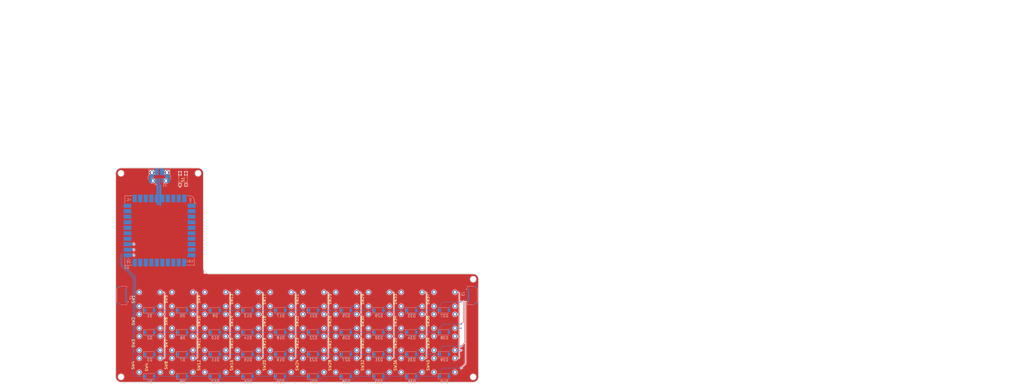
<source format=kicad_pcb>
(kicad_pcb (version 20211014) (generator pcbnew)
  (layers (0 "F.Cu" signal) (31 "B.Cu" signal) (34 "B.Paste" user) (35 "F.Paste" user) (36 "B.SilkS" user "B.Silkscreen") (37 "F.SilkS" user "F.Silkscreen") (38 "B.Mask" user) (39 "F.Mask" user) (44 "Edge.Cuts" user))
  (net 0 "")
  (net 1 "/USB_D-")
  (net 2 "/USB_D+")
  (net 3 "/USB_BOOT")
  (net 4 "GND")
  (net 5 "/Row4")
  (net 6 "/Row5")
  (net 7 "/Col10")
  (net 8 "/Col11")
  (net 9 "/Col12")
  (net 10 "VBUS")
  (net 11 "Net-(D6-Pad2)")
  (net 12 "/Row3")
  (net 13 "Net-(D5-Pad2)")
  (net 14 "Net-(D4-Pad2)")
  (net 15 "Net-(D2-Pad2)")
  (net 16 "Net-(D1-Pad2)")
  (net 17 "Net-(D3-Pad2)")
  (net 18 "/Col3")
  (net 20 "Net-(D18-Pad2)")
  (net 21 "/Col4")
  (net 22 "Net-(D10-Pad2)")
  (net 23 "Net-(D11-Pad2)")
  (net 24 "Net-(D13-Pad2)")
  (net 25 "Net-(D14-Pad2)")
  (net 26 "Net-(D15-Pad2)")
  (net 27 "Net-(D16-Pad2)")
  (net 28 "Net-(D17-Pad2)")
  (net 29 "Net-(D12-Pad2)")
  (net 30 "Net-(D19-Pad2)")
  (net 31 "Net-(D20-Pad2)")
  (net 32 "Net-(D21-Pad2)")
  (net 33 "/Col5")
  (net 34 "Net-(D22-Pad2)")
  (net 35 "Net-(D23-Pad2)")
  (net 36 "Net-(D24-Pad2)")
  (net 37 "Net-(D25-Pad2)")
  (net 38 "/Col6")
  (net 39 "Net-(D26-Pad2)")
  (net 40 "Net-(D27-Pad2)")
  (net 41 "Net-(D28-Pad2)")
  (net 42 "Net-(D29-Pad2)")
  (net 43 "/Col7")
  (net 44 "Net-(D30-Pad2)")
  (net 45 "Net-(D32-Pad2)")
  (net 46 "Net-(D33-Pad2)")
  (net 47 "/Col8")
  (net 48 "Net-(D34-Pad2)")
  (net 49 "Net-(D35-Pad2)")
  (net 50 "Net-(D36-Pad2)")
  (net 51 "Net-(D37-Pad2)")
  (net 52 "/Col9")
  (net 53 "Net-(D38-Pad2)")
  (net 54 "Net-(D39-Pad2)")
  (net 55 "Net-(D40-Pad2)")
  (net 56 "Net-(D9-Pad2)")
  (net 57 "Net-(D8-Pad2)")
  (net 58 "Net-(D7-Pad2)")
  (net 59 "Net-(D31-Pad2)")
  (net 60 "/Row7")
  (net 61 "/Row2")
  (net 62 "/Row1")
  (net 63 "/Col13")
  (net 64 "/Col14")
  (net 65 "/Col15")
  (net 67 "/Row6")
  (net 91 "+3V3")
  (net 96 "/y_out")
  (net 97 "/x_out")
  (footprint "KSA1M331LFT_Footprint:KSA1M331LFT" (layer "F.Cu") (at 113.9 136 90)
    (fp_text reference "SW12")
    (fp_text value "SW_SPST")
  )
  (footprint "KSA1M331LFT_Footprint:KSA1M331LFT" (layer "F.Cu") (at 197.2 128 90)
    (fp_text reference "SW39")
    (fp_text value "SW_SPST")
  )
  (footprint "KSA1M331LFT_Footprint:KSA1M331LFT" (layer "F.Cu") (at 90.1 120 90)
    (fp_text reference "SW2")
    (fp_text value "SW_SPST")
  )
  (footprint "KSA1M331LFT_Footprint:KSA1M331LFT" (layer "F.Cu") (at 173.4 120 90)
    (fp_text reference "SW30")
    (fp_text value "SW_SPST")
  )
  (footprint "KSA1M331LFT_Footprint:KSA1M331LFT" (layer "F.Cu") (at 90.1 112 90)
    (fp_text reference "SW1")
    (fp_text value "SW_SPST")
  )
  (footprint "KSA1M331LFT_Footprint:KSA1M331LFT" (layer "F.Cu") (at 90.1 136 90)
    (fp_text reference "SW4")
    (fp_text value "SW_SPST")
  )
  (footprint "KSA1M331LFT_Footprint:KSA1M331LFT" (layer "F.Cu") (at 102 136 90)
    (fp_text reference "SW8")
    (fp_text value "SW_SPST")
  )
  (footprint "KSA1M331LFT_Footprint:KSA1M331LFT" (layer "F.Cu") (at 185.3 112 90)
    (fp_text reference "SW33")
    (fp_text value "SW_SPST")
  )
  (footprint "KSA1M331LFT_Footprint:KSA1M331LFT" (layer "F.Cu") (at 161.5 120 90)
    (fp_text reference "SW26")
    (fp_text value "SW_SPST")
  )
  (footprint "KSA1M331LFT_Footprint:KSA1M331LFT" (layer "F.Cu") (at 102 120 90)
    (fp_text reference "SW6")
    (fp_text value "SW_SPST")
  )
  (footprint "KSA1M331LFT_Footprint:KSA1M331LFT" (layer "F.Cu") (at 137.7 112 90)
    (fp_text reference "SW17")
    (fp_text value "SW_SPST")
  )
  (footprint "KSA1M331LFT_Footprint:KSA1M331LFT" (layer "F.Cu") (at 113.9 128 90)
    (fp_text reference "SW11")
    (fp_text value "SW_SPST")
  )
  (footprint "KSA1M331LFT_Footprint:KSA1M331LFT" (layer "F.Cu") (at 137.7 136 90)
    (fp_text reference "SW20")
    (fp_text value "SW_SPST")
  )
  (footprint "KSA1M331LFT_Footprint:KSA1M331LFT" (layer "F.Cu") (at 113.9 120 90)
    (fp_text reference "SW10")
    (fp_text value "SW_SPST")
  )
  (footprint "KSA1M331LFT_Footprint:KSA1M331LFT" (layer "F.Cu") (at 149.6 128 90)
    (fp_text reference "SW23")
    (fp_text value "SW_SPST")
  )
  (footprint "KSA1M331LFT_Footprint:KSA1M331LFT" (layer "F.Cu") (at 125.8 136 90)
    (fp_text reference "SW16")
    (fp_text value "SW_SPST")
  )
  (footprint "KSA1M331LFT_Footprint:KSA1M331LFT" (layer "F.Cu") (at 185.3 136 90)
    (fp_text reference "SW36")
    (fp_text value "SW_SPST")
  )
  (footprint "KSA1M331LFT_Footprint:KSA1M331LFT" (layer "F.Cu") (at 161.5 136 90)
    (fp_text reference "SW28")
    (fp_text value "SW_SPST")
  )
  (footprint "KSA1M331LFT_Footprint:KSA1M331LFT" (layer "F.Cu") (at 125.8 120 90)
    (fp_text reference "SW14")
    (fp_text value "SW_SPST")
  )
  (footprint "KSA1M331LFT_Footprint:KSA1M331LFT" (layer "F.Cu") (at 161.5 112 90)
    (fp_text reference "SW25")
    (fp_text value "SW_SPST")
  )
  (footprint "KSA1M331LFT_Footprint:KSA1M331LFT" (layer "F.Cu") (at 90.1 128 90)
    (fp_text reference "SW3")
    (fp_text value "SW_SPST")
  )
  (footprint "KSA1M331LFT_Footprint:KSA1M331LFT" (layer "F.Cu") (at 197.2 112 90)
    (fp_text reference "SW37")
    (fp_text value "SW_SPST")
  )
  (footprint "KSA1M331LFT_Footprint:KSA1M331LFT" (layer "F.Cu") (at 149.6 120 90)
    (fp_text reference "SW22")
    (fp_text value "SW_SPST")
  )
  (footprint "KSA1M331LFT_Footprint:KSA1M331LFT" (layer "F.Cu") (at 185.3 120 90)
    (fp_text reference "SW34")
    (fp_text value "SW_SPST")
  )
  (footprint "KSA1M331LFT_Footprint:KSA1M331LFT" (layer "F.Cu") (at 173.4 128 90)
    (fp_text reference "SW31")
    (fp_text value "SW_SPST")
  )
  (footprint "KSA1M331LFT_Footprint:KSA1M331LFT" (layer "F.Cu") (at 149.6 112 90)
    (fp_text reference "SW21")
    (fp_text value "SW_SPST")
  )
  (footprint "KSA1M331LFT_Footprint:KSA1M331LFT" (layer "F.Cu") (at 197.2 120 90)
    (fp_text reference "SW38")
    (fp_text value "SW_SPST")
  )
  (footprint "KSA1M331LFT_Footprint:KSA1M331LFT" (layer "F.Cu") (at 173.4 136 90)
    (fp_text reference "SW32")
    (fp_text value "SW_SPST")
  )
  (footprint "PTS810SJK250SMTRLFS:PTS810SJG250SMTRLFS" (layer "F.Cu") (at 102.17 68.3 90)
    (fp_text reference "S1")
    (fp_text value "PTS810SJK250SMTRLFS")
  )
  (footprint "KSA1M331LFT_Footprint:KSA1M331LFT" (layer "F.Cu") (at 102 128 90)
    (fp_text reference "SW7")
    (fp_text value "SW_SPST")
  )
  (footprint "KSA1M331LFT_Footprint:KSA1M331LFT" (layer "F.Cu") (at 113.9 112 90)
    (fp_text reference "SW9")
    (fp_text value "SW_SPST")
  )
  (footprint "KSA1M331LFT_Footprint:KSA1M331LFT" (layer "F.Cu") (at 125.8 112 90)
    (fp_text reference "SW13")
    (fp_text value "SW_SPST")
  )
  (footprint "KSA1M331LFT_Footprint:KSA1M331LFT" (layer "F.Cu") (at 137.7 120 90)
    (fp_text reference "SW18")
    (fp_text value "SW_SPST")
  )
  (footprint "KSA1M331LFT_Footprint:KSA1M331LFT" (layer "F.Cu") (at 125.8 128 90)
    (fp_text reference "SW15")
    (fp_text value "SW_SPST")
  )
  (footprint "KSA1M331LFT_Footprint:KSA1M331LFT" (layer "F.Cu") (at 102 112 90)
    (fp_text reference "SW5")
    (fp_text value "SW_SPST")
  )
  (footprint "KSA1M331LFT_Footprint:KSA1M331LFT" (layer "F.Cu") (at 185.3 128 90)
    (fp_text reference "SW35")
    (fp_text value "SW_SPST")
  )
  (footprint "KSA1M331LFT_Footprint:KSA1M331LFT" (layer "F.Cu") (at 161.5 128 90)
    (fp_text reference "SW27")
    (fp_text value "SW_SPST")
  )
  (footprint "KSA1M331LFT_Footprint:KSA1M331LFT" (layer "F.Cu") (at 149.6 136 90)
    (fp_text reference "SW24")
    (fp_text value "SW_SPST")
  )
  (footprint "KSA1M331LFT_Footprint:KSA1M331LFT" (layer "F.Cu") (at 173.4 112 90)
    (fp_text reference "SW29")
    (fp_text value "SW_SPST")
  )
  (footprint "KSA1M331LFT_Footprint:KSA1M331LFT" (layer "F.Cu") (at 197.2 136 90)
    (fp_text reference "SW40")
    (fp_text value "SW_SPST")
  )
  (footprint "KSA1M331LFT_Footprint:KSA1M331LFT" (layer "F.Cu") (at 137.7 128 90)
    (fp_text reference "SW19")
    (fp_text value "SW_SPST")
  )
  (footprint "Connector_USB:USB_Micro-B_Amphenol_10103594-0001LF_Horizontal" (layer "B.Cu") (at 93.635 67.045)
    (fp_text reference "J1")
    (fp_text value "USB_B_Micro")
  )
  (footprint "Diode_SMD:D_SOD-123" (layer "B.Cu") (at 161.5 124.0028)
    (fp_text reference "D26")
    (fp_text value "D_Small")
  )
  (footprint "Diode_SMD:D_SOD-123" (layer "B.Cu") (at 185.293 132.0038)
    (fp_text reference "D35")
    (fp_text value "D_Small")
  )
  (footprint "Diode_SMD:D_SOD-123" (layer "B.Cu") (at 149.6 116.0018)
    (fp_text reference "D21")
    (fp_text value "D_Small")
  )
  (footprint "5034801000:MOLEX_5034801000" (layer "B.Cu") (at 81.43 110.61 90)
    (fp_text reference "J2")
    (fp_text value "5034801000")
  )
  (footprint "Diode_SMD:D_SOD-123" (layer "B.Cu") (at 173.4 132.0038)
    (fp_text reference "D31")
    (fp_text value "D_Small")
  )
  (footprint "Diode_SMD:D_SOD-123" (layer "B.Cu") (at 197.2 140.0048)
    (fp_text reference "D40")
    (fp_text value "D_Small")
  )
  (footprint "Diode_SMD:D_SOD-123" (layer "B.Cu") (at 113.8936 124.0028)
    (fp_text reference "D10")
    (fp_text value "D_Small")
  )
  (footprint "Diode_SMD:D_SOD-123" (layer "B.Cu") (at 102 140.0048)
    (fp_text reference "D8")
    (fp_text value "D_Small")
  )
  (footprint "Diode_SMD:D_SOD-123" (layer "B.Cu") (at 137.5918 140.0048)
    (fp_text reference "D20")
    (fp_text value "D_Small")
  )
  (footprint "Diode_SMD:D_SOD-123" (layer "B.Cu") (at 173.4 124.0028)
    (fp_text reference "D30")
    (fp_text value "D_Small")
  )
  (footprint "Diode_SMD:D_SOD-123" (layer "B.Cu") (at 161.4932 140.0048)
    (fp_text reference "D28")
    (fp_text value "D_Small")
  )
  (footprint "Diode_SMD:D_SOD-123" (layer "B.Cu") (at 125.8 116.0018)
    (fp_text reference "D13")
    (fp_text value "D_Small")
  )
  (footprint "Diode_SMD:D_SOD-123" (layer "B.Cu") (at 90.1 132.0038)
    (fp_text reference "D3")
    (fp_text value "D_Small")
  )
  (footprint "Diode_SMD:D_SOD-123" (layer "B.Cu") (at 185.293 116.0018)
    (fp_text reference "D33")
    (fp_text value "D_Small")
  )
  (footprint "Diode_SMD:D_SOD-123" (layer "B.Cu") (at 90.0938 140.0048)
    (fp_text reference "D4")
    (fp_text value "D_Small")
  )
  (footprint "Diode_SMD:D_SOD-123" (layer "B.Cu") (at 90.1 124.0028)
    (fp_text reference "D2")
    (fp_text value "D_Small")
  )
  (footprint "RP2040_Stamp:RP2040_Stamp_SMD" (layer "B.Cu") (at 93.65 86.99 180)
    (fp_text reference "U1")
    (fp_text value "RP2040_Stamp")
  )
  (footprint "Diode_SMD:D_SOD-123" (layer "B.Cu") (at 161.5 116.0018)
    (fp_text reference "D25")
    (fp_text value "D_Small")
  )
  (footprint "Diode_SMD:D_SOD-123" (layer "B.Cu") (at 197.2 132.0038)
    (fp_text reference "D39")
    (fp_text value "D_Small")
  )
  (footprint "Diode_SMD:D_SOD-123" (layer "B.Cu") (at 185.3 140.0048)
    (fp_text reference "D36")
    (fp_text value "D_Small")
  )
  (footprint "5034801000:MOLEX_5034801000" (layer "B.Cu") (at 205.9 110.61 -90)
    (fp_text reference "J3")
    (fp_text value "5034801000")
  )
  (footprint "Diode_SMD:D_SOD-123" (layer "B.Cu") (at 197.2 116.0018)
    (fp_text reference "D37")
    (fp_text value "D_Small")
  )
  (footprint "Diode_SMD:D_SOD-123" (layer "B.Cu") (at 137.7 132.0038)
    (fp_text reference "D19")
    (fp_text value "D_Small")
  )
  (footprint "Diode_SMD:D_SOD-123" (layer "B.Cu") (at 102 124.0028)
    (fp_text reference "D6")
    (fp_text value "D_Small")
  )
  (footprint "Diode_SMD:D_SOD-123" (layer "B.Cu") (at 161.5 132.0038)
    (fp_text reference "D27")
    (fp_text value "D_Small")
  )
  (footprint "Diode_SMD:D_SOD-123" (layer "B.Cu") (at 137.6934 116.0018)
    (fp_text reference "D17")
    (fp_text value "D_Small")
  )
  (footprint "Diode_SMD:D_SOD-123" (layer "B.Cu") (at 125.8 132.0038)
    (fp_text reference "D15")
    (fp_text value "D_Small")
  )
  (footprint "Diode_SMD:D_SOD-123" (layer "B.Cu") (at 149.6 132.0038)
    (fp_text reference "D23")
    (fp_text value "D_Small")
  )
  (footprint "Diode_SMD:D_SOD-123" (layer "B.Cu") (at 101.981 116.0018)
    (fp_text reference "D5")
    (fp_text value "D_Small")
  )
  (footprint "Diode_SMD:D_SOD-123" (layer "B.Cu") (at 173.4 140.0048)
    (fp_text reference "D32")
    (fp_text value "D_Small")
  )
  (footprint "Diode_SMD:D_SOD-123" (layer "B.Cu") (at 113.8936 132.0038)
    (fp_text reference "D11")
    (fp_text value "D_Small")
  )
  (footprint "Diode_SMD:D_SOD-123" (layer "B.Cu") (at 149.6 140.0048)
    (fp_text reference "D24")
    (fp_text value "D_Small")
  )
  (footprint "Diode_SMD:D_SOD-123" (layer "B.Cu") (at 173.4 116.0018)
    (fp_text reference "D29")
    (fp_text value "D_Small")
  )
  (footprint "Diode_SMD:D_SOD-123" (layer "B.Cu") (at 90.0176 116.0018)
    (fp_text reference "D1")
    (fp_text value "D_Small")
  )
  (footprint "Diode_SMD:D_SOD-123" (layer "B.Cu") (at 125.8 124.0028)
    (fp_text reference "D14")
    (fp_text value "D_Small")
  )
  (footprint "Diode_SMD:D_SOD-123" (layer "B.Cu") (at 185.293 124.0028)
    (fp_text reference "D34")
    (fp_text value "D_Small")
  )
  (footprint "Diode_SMD:D_SOD-123" (layer "B.Cu") (at 197.2 124.0028)
    (fp_text reference "D38")
    (fp_text value "D_Small")
  )
  (footprint "Diode_SMD:D_SOD-123" (layer "B.Cu") (at 137.7 124.0028)
    (fp_text reference "D18")
    (fp_text value "D_Small")
  )
  (footprint "Diode_SMD:D_SOD-123" (layer "B.Cu") (at 149.6 124.0028)
    (fp_text reference "D22")
    (fp_text value "D_Small")
  )
  (footprint "Diode_SMD:D_SOD-123" (layer "B.Cu") (at 113.8936 140.0048)
    (fp_text reference "D12")
    (fp_text value "D_Small")
  )
  (footprint "Diode_SMD:D_SOD-123" (layer "B.Cu") (at 102 132.0038)
    (fp_text reference "D7")
    (fp_text value "D_Small")
  )
  (footprint "Diode_SMD:D_SOD-123" (layer "B.Cu") (at 125.8 140.0048)
    (fp_text reference "D16")
    (fp_text value "D_Small")
  )
  (footprint "Diode_SMD:D_SOD-123" (layer "B.Cu") (at 113.8936 116.0018)
    (fp_text reference "D9")
    (fp_text value "D_Small")
  )
  (gr_line (start 79.65 142.21) (end 207.65 142.21) (layer "Edge.Cuts") (width 0.2))
  (gr_circle (center 207.65 140.21) (end 208.65 140.21) (layer "Edge.Cuts") (width 0.2) (fill none))
  (gr_arc (start 209.65 140.21) (mid 209.064212 141.624199) (end 207.65 142.21) (layer "Edge.Cuts") (width 0.2))
  (gr_arc (start 111.65 102.71) (mid 110.23582 102.124196) (end 109.65 100.71) (layer "Edge.Cuts") (width 0.2))
  (gr_line (start 109.65 100.71) (end 109.65 98.21) (layer "Edge.Cuts") (width 0.2))
  (gr_arc (start 107.65 64.21) (mid 109.064247 64.795769) (end 109.65 66.21) (layer "Edge.Cuts") (width 0.2))
  (gr_arc (start 77.65 66.21) (mid 78.235785 64.795772) (end 79.65 64.21) (layer "Edge.Cuts") (width 0.2))
  (gr_line (start 111.65 102.71) (end 207.65 102.71) (layer "Edge.Cuts") (width 0.2))
  (gr_circle (center 79.629776 66.21) (end 80.629776 66.21) (layer "Edge.Cuts") (width 0.2) (fill none))
  (gr_line (start 77.65 140.21) (end 77.65 66.21) (layer "Edge.Cuts") (width 0.2))
  (gr_arc (start 207.65 102.71) (mid 209.064247 103.295769) (end 209.65 104.71) (layer "Edge.Cuts") (width 0.2))
  (gr_circle (center 207.65 104.71) (end 208.65 104.71) (layer "Edge.Cuts") (width 0.2) (fill none))
  (gr_arc (start 79.65 142.21) (mid 78.23582 141.624196) (end 77.65 140.21) (layer "Edge.Cuts") (width 0.2))
  (gr_line (start 209.65 108.21) (end 209.65 140.21) (layer "Edge.Cuts") (width 0.2))
  (gr_line (start 209.65 106.21) (end 209.65 104.71) (layer "Edge.Cuts") (width 0.2))
  (gr_line (start 109.65 66.21) (end 109.65 98.21) (layer "Edge.Cuts") (width 0.2))
  (gr_circle (center 79.65 140.21) (end 80.65 140.21) (layer "Edge.Cuts") (width 0.2) (fill none))
  (gr_line (start 79.65 64.21) (end 107.65 64.21) (layer "Edge.Cuts") (width 0.2))
  (gr_line (start 209.65 106.21) (end 209.65 108.21) (layer "Edge.Cuts") (width 0.2))
  (gr_circle (center 107.65 66.21) (end 108.65 66.21) (layer "Edge.Cuts") (width 0.2) (fill none))
  (segment (start 92.96 68.81) (end 92.96 70.68) (width 0.4) (layer "B.Cu") (net 1))
  (segment (start 92.955 77.347924) (end 92.955 70.685) (width 0.8) (layer "B.Cu") (net 1))
  (segment (start 93.01 70.68) (end 93.005 70.685) (width 0.4) (layer "B.Cu") (net 1))
  (segment (start 93.90452 70.32952) (end 93.90452 70.645) (width 0.4) (layer "B.Cu") (net 2))
  (segment (start 93.61 68.81) (end 93.61 70.035) (width 0.4) (layer "B.Cu") (net 2))
  (segment (start 93.61 70.035) (end 93.90452 70.32952) (width 0.4) (layer "B.Cu") (net 2))
  (segment (start 93.90452 77.741228) (end 93.90452 70.645) (width 0.8) (layer "B.Cu") (net 2))
  (segment (start 204.10952 112.681344) (end 204.10952 120.15718) (width 0.15) (layer "F.Cu") (net 5))
  (segment (start 84.23 93.99) (end 80.29048 97.92952) (width 0.15) (layer "F.Cu") (net 5))
  (segment (start 80.29048 97.92952) (end 80.29048 98.05048) (width 0.15) (layer "F.Cu") (net 5))
  (segment (start 80.29048 98.05048) (end 80.29048 105.44) (width 0.15) (layer "F.Cu") (net 5))
  (segment (start 204.10952 120.15718) (end 203.2685 120.9982) (width 0.15) (layer "F.Cu") (net 5))
  (via (at 84.23 93.99) (size 0.8) (drill 0.4) (layers "F.Cu" "B.Cu") (net 5))
  (via (at 203.2685 120.9982) (size 0.6) (drill 0.35) (layers "F.Cu" "B.Cu") (net 5))
  (segment (start 112.2934 124.0028) (end 105.4344 124.0028) (width 0.15) (layer "B.Cu") (net 5))
  (segment (start 148.1318 125.3236) (end 147.9286 125.1204) (width 0.15) (layer "B.Cu") (net 5))
  (segment (start 183.6928 124.0028) (end 176.8338 124.0028) (width 0.15) (layer "B.Cu") (net 5))
  (segment (start 84.69048 103.964776) (end 84.69048 123.30048) (width 0.15) (layer "B.Cu") (net 5))
  (segment (start 100.4072 124.0028) (end 93.5482 124.0028) (width 0.15) (layer "B.Cu") (net 5))
  (segment (start 164.9466 124.0028) (end 163.6258 125.3236) (width 0.15) (layer "B.Cu") (net 5))
  (segment (start 88.4438 125.1194) (end 88.4438 124.0028) (width 0.15) (layer "B.Cu") (net 5))
  (segment (start 196.29 121.3482) (end 196.64 120.9982) (width 0.15) (layer "B.Cu") (net 5))
  (segment (start 171.7294 125.1194) (end 171.7294 124.0028) (width 0.15) (layer "B.Cu") (net 5))
  (segment (start 93.5482 124.0028) (end 92.2274 125.3236) (width 0.15) (layer "B.Cu") (net 5))
  (segment (start 84.82 123.43) (end 85.3928 124.0028) (width 0.15) (layer "B.Cu") (net 5))
  (segment (start 88.646 125.3236) (end 88.4428 125.1204) (width 0.15) (layer "B.Cu") (net 5))
  (segment (start 80.07 99.344296) (end 80.07 95.35) (width 0.15) (layer "B.Cu") (net 5))
  (segment (start 100.5322 125.3236) (end 100.329 125.1204) (width 0.15) (layer "B.Cu") (net 5))
  (segment (start 151.7132 125.3236) (end 148.1318 125.3236) (width 0.15) (layer "B.Cu") (net 5))
  (segment (start 195.6 122.0382) (end 196.29 121.3482) (width 0.15) (layer "B.Cu") (net 5))
  (segment (start 153.034 124.0028) (end 151.7132 125.3236) (width 0.15) (layer "B.Cu") (net 5))
  (segment (start 196.64 120.9982) (end 203.2685 120.9982) (width 0.15) (layer "B.Cu") (net 5))
  (segment (start 195.6 124) (end 195.6 122.0382) (width 0.15) (layer "B.Cu") (net 5))
  (segment (start 171.9316 125.3236) (end 171.7284 125.1204) (width 0.15) (layer "B.Cu") (net 5))
  (segment (start 136.1186 124.0033) (end 129.2596 124.0033) (width 0.15) (layer "B.Cu") (net 5))
  (segment (start 92.2274 125.3236) (end 88.646 125.3236) (width 0.15) (layer "B.Cu") (net 5))
  (segment (start 117.3475 124.0028) (end 116.0267 125.3236) (width 0.15) (layer "B.Cu") (net 5))
  (segment (start 188.7464 124.0028) (end 187.4256 125.3236) (width 0.15) (layer "B.Cu") (net 5))
  (segment (start 159.8422 125.1194) (end 159.8422 124.0028) (width 0.15) (layer "B.Cu") (net 5))
  (segment (start 112.4453 125.3236) (end 112.2421 125.1204) (width 0.15) (layer "B.Cu") (net 5))
  (segment (start 139.826 125.3236) (end 136.2446 125.3236) (width 0.15) (layer "B.Cu") (net 5))
  (segment (start 124.2065 124.0028) (end 117.3475 124.0028) (width 0.15) (layer "B.Cu") (net 5))
  (segment (start 104.1136 125.3236) (end 100.5322 125.3236) (width 0.15) (layer "B.Cu") (net 5))
  (segment (start 105.4344 124.0028) (end 104.1136 125.3236) (width 0.15) (layer "B.Cu") (net 5))
  (segment (start 124.3574 125.3241) (end 124.1542 125.1209) (width 0.15) (layer "B.Cu") (net 5))
  (segment (start 171.8056 124.0028) (end 164.9466 124.0028) (width 0.15) (layer "B.Cu") (net 5))
  (segment (start 127.9388 125.3241) (end 124.3574 125.3241) (width 0.15) (layer "B.Cu") (net 5))
  (segment (start 160.0444 125.3236) (end 159.8412 125.1204) (width 0.15) (layer "B.Cu") (net 5))
  (segment (start 83.832852 103.107148) (end 84.69048 103.964776) (width 0.15) (layer "B.Cu") (net 5))
  (segment (start 187.4256 125.3236) (end 183.8442 125.3236) (width 0.15) (layer "B.Cu") (net 5))
  (segment (start 163.6258 125.3236) (end 160.0444 125.3236) (width 0.15) (layer "B.Cu") (net 5))
  (segment (start 183.642 125.1194) (end 183.642 124.0028) (width 0.15) (layer "B.Cu") (net 5))
  (segment (start 82 93.99) (end 84.23 93.99) (width 0.25) (layer "B.Cu") (net 5))
  (segment (start 124.1552 125.1199) (end 124.1552 124.0033) (width 0.15) (layer "B.Cu") (net 5))
  (segment (start 116.0267 125.3236) (end 112.4453 125.3236) (width 0.15) (layer "B.Cu") (net 5))
  (segment (start 183.8442 125.3236) (end 183.641 125.1204) (width 0.15) (layer "B.Cu") (net 5))
  (segment (start 176.8338 124.0028) (end 175.513 125.3236) (width 0.15) (layer "B.Cu") (net 5))
  (segment (start 85.3928 124.0028) (end 88.45 124.0028) (width 0.15) (layer "B.Cu") (net 5))
  (segment (start 84.6891 123.2991) (end 84.82 123.43) (width 0.15) (layer "B.Cu") (net 5))
  (segment (start 147.9296 125.1194) (end 147.9296 124.0028) (width 0.15) (layer "B.Cu") (net 5))
  (segment (start 100.33 125.1194) (end 100.33 124.0028) (width 0.15) (layer "B.Cu") (net 5))
  (segment (start 195.6054 124.0028) (end 188.7464 124.0028) (width 0.15) (layer "B.Cu") (net 5))
  (segment (start 159.893 124.0028) (end 153.034 124.0028) (width 0.15) (layer "B.Cu") (net 5))
  (segment (start 148.0058 124.0028) (end 141.1468 124.0028) (width 0.15) (layer "B.Cu") (net 5))
  (segment (start 83.832852 103.107148) (end 80.07 99.344296) (width 0.15) (layer "B.Cu") (net 5))
  (segment (start 175.513 125.3236) (end 171.9316 125.3236) (width 0.15) (layer "B.Cu") (net 5))
  (segment (start 112.2431 125.1194) (end 112.2431 124.0028) (width 0.15) (layer "B.Cu") (net 5))
  (segment (start 84.69048 123.30048) (end 84.82 123.43) (width 0.15) (layer "B.Cu") (net 5))
  (segment (start 136.2446 125.3236) (end 136.0414 125.1204) (width 0.15) (layer "B.Cu") (net 5))
  (segment (start 136.0424 125.1194) (end 136.0424 124.0028) (width 0.15) (layer "B.Cu") (net 5))
  (segment (start 129.2596 124.0033) (end 127.9388 125.3241) (width 0.15) (layer "B.Cu") (net 5))
  (segment (start 141.1468 124.0028) (end 139.826 125.3236) (width 0.15) (layer "B.Cu") (net 5))
  (segment (start 79.94096 96.28904) (end 79.94096 104.37) (width 0.15) (layer "F.Cu") (net 6))
  (segment (start 80.52 95.71) (end 79.94096 96.28904) (width 0.15) (layer "F.Cu") (net 6))
  (segment (start 84.24 91.99) (end 80.52 95.71) (width 0.15) (layer "F.Cu") (net 6))
  (segment (start 204.49904 112.842688) (end 204.49904 127.79766) (width 0.15) (layer "F.Cu") (net 6))
  (segment (start 204.49904 127.79766) (end 203.2985 128.9982) (width 0.15) (layer "F.Cu") (net 6))
  (via (at 203.2985 128.9982) (size 0.6) (drill 0.35) (layers "F.Cu" "B.Cu") (net 6))
  (via (at 84.24 91.99) (size 0.8) (drill 0.4) (layers "F.Cu" "B.Cu") (net 6))
  (segment (start 92.2264 133.3246) (end 88.645 133.3246) (width 0.15) (layer "B.Cu") (net 6))
  (segment (start 84.34 131.13) (end 84.34096 131.12904) (width 0.15) (layer "B.Cu") (net 6))
  (segment (start 153.0599 132.0038) (end 151.7391 133.3246) (width 0.15) (layer "B.Cu") (net 6))
  (segment (start 112.4448 133.3246) (end 112.2416 133.1214) (width 0.15) (layer "B.Cu") (net 6))
  (segment (start 136.0424 133.1204) (end 136.0424 132.0038) (width 0.15) (layer "B.Cu") (net 6))
  (segment (start 183.8442 133.3246) (end 183.641 133.1214) (width 0.15) (layer "B.Cu") (net 6))
  (segment (start 112.2934 132.0038) (end 105.4344 132.0038) (width 0.15) (layer "B.Cu") (net 6))
  (segment (start 127.9134 133.3246) (end 124.332 133.3246) (width 0.15) (layer "B.Cu") (net 6))
  (segment (start 164.9466 132.0038) (end 163.6258 133.3246) (width 0.15) (layer "B.Cu") (net 6))
  (segment (start 105.4344 132.0038) (end 104.1136 133.3246) (width 0.15) (layer "B.Cu") (net 6))
  (segment (start 100.5322 133.3246) (end 100.329 133.1214) (width 0.15) (layer "B.Cu") (net 6))
  (segment (start 196.67 128.9982) (end 203.2985 128.9982) (width 0.15) (layer "B.Cu") (net 6))
  (segment (start 79.72048 97.79) (end 79.72048 95.62) (width 0.15) (layer "B.Cu") (net 6))
  (segment (start 195.63 132) (end 195.63 130.0382) (width 0.15) (layer "B.Cu") (net 6))
  (segment (start 80.175704 99.944295) (end 79.72048 99.489071) (width 0.15) (layer "B.Cu") (net 6))
  (segment (start 147.9555 133.1204) (end 147.9555 132.0038) (width 0.15) (layer "B.Cu") (net 6))
  (segment (start 148.1577 133.3246) (end 147.9545 133.1214) (width 0.15) (layer "B.Cu") (net 6))
  (segment (start 183.642 133.1204) (end 183.642 132.0038) (width 0.15) (layer "B.Cu") (net 6))
  (segment (start 104.1136 133.3246) (end 100.5322 133.3246) (width 0.15) (layer "B.Cu") (net 6))
  (segment (start 171.7294 133.1204) (end 171.7294 132.0038) (width 0.15) (layer "B.Cu") (net 6))
  (segment (start 116.0262 133.3246) (end 112.4448 133.3246) (width 0.15) (layer "B.Cu") (net 6))
  (segment (start 196.32 129.3482) (end 196.67 128.9982) (width 0.15) (layer "B.Cu") (net 6))
  (segment (start 141.1468 132.0038) (end 139.826 133.3246) (width 0.15) (layer "B.Cu") (net 6))
  (segment (start 124.1298 133.1204) (end 124.1298 132.0038) (width 0.15) (layer "B.Cu") (net 6))
  (segment (start 84.34 131.31) (end 84.34 131.13) (width 0.15) (layer "B.Cu") (net 6))
  (segment (start 171.8056 132.0038) (end 164.9466 132.0038) (width 0.15) (layer "B.Cu") (net 6))
  (segment (start 83.675704 103.444296) (end 80.175704 99.944295) (width 0.15) (layer "B.Cu") (net 6))
  (segment (start 85.0338 132.0038) (end 84.34 131.31) (width 0.15) (layer "B.Cu") (net 6))
  (segment (start 84.34096 131.12904) (end 84.34096 104.109552) (width 0.15) (layer "B.Cu") (net 6))
  (segment (start 176.8338 132.0038) (end 175.513 133.3246) (width 0.15) (layer "B.Cu") (net 6))
  (segment (start 183.6928 132.0038) (end 176.8338 132.0038) (width 0.15) (layer "B.Cu") (net 6))
  (segment (start 136.0932 132.0038) (end 129.2342 132.0038) (width 0.15) (layer "B.Cu") (net 6))
  (segment (start 187.4256 133.3246) (end 183.8442 133.3246) (width 0.15) (layer "B.Cu") (net 6))
  (segment (start 124.332 133.3246) (end 124.1288 133.1214) (width 0.15) (layer "B.Cu") (net 6))
  (segment (start 195.6054 132.0038) (end 188.7464 132.0038) (width 0.15) (layer "B.Cu") (net 6))
  (segment (start 112.2426 133.1204) (end 112.2426 132.0038) (width 0.15) (layer "B.Cu") (net 6))
  (segment (start 129.2342 132.0038) (end 127.9134 133.3246) (width 0.15) (layer "B.Cu") (net 6))
  (segment (start 188.7464 132.0038) (end 187.4256 133.3246) (width 0.15) (layer "B.Cu") (net 6))
  (segment (start 195.63 130.0382) (end 196.32 129.3482) (width 0.15) (layer "B.Cu") (net 6))
  (segment (start 160.0444 133.3246) (end 159.8412 133.1214) (width 0.15) (layer "B.Cu") (net 6))
  (segment (start 151.7391 133.3246) (end 148.1577 133.3246) (width 0.15) (layer "B.Cu") (net 6))
  (segment (start 139.826 133.3246) (end 136.2446 133.3246) (width 0.15) (layer "B.Cu") (net 6))
  (segment (start 159.9189 132.0038) (end 153.0599 132.0038) (width 0.15) (layer "B.Cu") (net 6))
  (segment (start 163.6258 133.3246) (end 160.0444 133.3246) (width 0.15) (layer "B.Cu") (net 6))
  (segment (start 175.513 133.3246) (end 171.9316 133.3246) (width 0.15) (layer "B.Cu") (net 6))
  (segment (start 93.5472 132.0038) (end 92.2264 133.3246) (width 0.15) (layer "B.Cu") (net 6))
  (segment (start 88.4428 133.1204) (end 88.4428 132.0038) (width 0.15) (layer "B.Cu") (net 6))
  (segment (start 82 91.99) (end 84.24 91.99) (width 0.25) (layer "B.Cu") (net 6))
  (segment (start 79.72048 99.489071) (end 79.72048 97.79) (width 0.15) (layer "B.Cu") (net 6))
  (segment (start 117.347 132.0038) (end 116.0262 133.3246) (width 0.15) (layer "B.Cu") (net 6))
  (segment (start 88.645 133.3246) (end 88.4418 133.1214) (width 0.15) (layer "B.Cu") (net 6))
  (segment (start 124.206 132.0038) (end 117.347 132.0038) (width 0.15) (layer "B.Cu") (net 6))
  (segment (start 84.34096 104.109552) (end 83.675704 103.444296) (width 0.15) (layer "B.Cu") (net 6))
  (segment (start 159.8422 133.1204) (end 159.8422 132.0038) (width 0.15) (layer "B.Cu") (net 6))
  (segment (start 88.45 132.0038) (end 85.0338 132.0038) (width 0.15) (layer "B.Cu") (net 6))
  (segment (start 136.2446 133.3246) (end 136.0414 133.1214) (width 0.15) (layer "B.Cu") (net 6))
  (segment (start 100.33 133.1204) (end 100.33 132.0038) (width 0.15) (layer "B.Cu") (net 6))
  (segment (start 148.0058 132.0038) (end 141.1468 132.0038) (width 0.15) (layer "B.Cu") (net 6))
  (segment (start 171.9316 133.3246) (end 171.7284 133.1214) (width 0.15) (layer "B.Cu") (net 6))
  (segment (start 100.4062 132.0038) (end 93.5472 132.0038) (width 0.15) (layer "B.Cu") (net 6))
  (segment (start 178.54 133.46) (end 178.59 133.46) (width 0.15) (layer "F.Cu") (net 7))
  (segment (start 178.804 125.676) (end 178.804 125.4252) (width 0.15) (layer "F.Cu") (net 7))
  (segment (start 177.21 117.46) (end 178.4634 117.46) (width 0.15) (layer "F.Cu") (net 7))
  (segment (start 177.21 133.46) (end 178.54 133.46) (width 0.15) (layer "F.Cu") (net 7))
  (segment (start 178.4898 125.46) (end 178.56 125.46) (width 0.15) (layer "F.Cu") (net 7))
  (segment (start 178.789 117.46) (end 178.804 117.475) (width 0.15) (layer "F.Cu") (net 7))
  (segment (start 178.804 133.096) (end 178.804 133.246) (width 0.15) (layer "F.Cu") (net 7))
  (segment (start 178.4634 117.46) (end 178.789 117.46) (width 0.15) (layer "F.Cu") (net 7))
  (segment (start 178.59 133.46) (end 178.804 133.246) (width 0.15) (layer "F.Cu") (net 7))
  (segment (start 178.804 125.095) (end 178.804 117.856) (width 0.15) (layer "F.Cu") (net 7))
  (segment (start 178.4898 125.46) (end 178.7692 125.46) (width 0.15) (layer "F.Cu") (net 7))
  (segment (start 178.804 117.216) (end 178.804 117.094) (width 0.15) (layer "F.Cu") (net 7))
  (segment (start 178.804 109.728) (end 178.536 109.46) (width 0.15) (layer "F.Cu") (net 7))
  (segment (start 178.588 125.46) (end 178.804 125.676) (width 0.15) (layer "F.Cu") (net 7))
  (segment (start 178.804 125.4252) (end 178.804 125.216) (width 0.15) (layer "F.Cu") (net 7))
  (segment (start 178.804 117.706) (end 178.804 117.475) (width 0.15) (layer "F.Cu") (net 7))
  (segment (start 178.804 133.096) (end 178.804 125.7554) (width 0.15) (layer "F.Cu") (net 7))
  (segment (start 178.4634 117.46) (end 178.56 117.46) (width 0.15) (layer "F.Cu") (net 7))
  (segment (start 178.56 117.46) (end 178.56 117.462) (width 0.15) (layer "F.Cu") (net 7))
  (segment (start 178.804 125.7554) (end 178.804 125.676) (width 0.15) (layer "F.Cu") (net 7))
  (segment (start 177.21 125.46) (end 178.4898 125.46) (width 0.15) (layer "F.Cu") (net 7))
  (segment (start 178.804 117.856) (end 178.804 117.7544) (width 0.15) (layer "F.Cu") (net 7))
  (segment (start 178.56 125.46) (end 178.804 125.216) (width 0.15) (layer "F.Cu") (net 7))
  (segment (start 178.804 117.7544) (end 178.804 117.706) (width 0.15) (layer "F.Cu") (net 7))
  (segment (start 178.56 117.462) (end 178.804 117.706) (width 0.15) (layer "F.Cu") (net 7))
  (segment (start 178.56 125.46) (end 178.588 125.46) (width 0.15) (layer "F.Cu") (net 7))
  (segment (start 178.7692 125.46) (end 178.804 125.4252) (width 0.15) (layer "F.Cu") (net 7))
  (segment (start 178.804 117.094) (end 178.804 109.728) (width 0.15) (layer "F.Cu") (net 7))
  (segment (start 178.804 125.216) (end 178.804 125.095) (width 0.15) (layer "F.Cu") (net 7))
  (segment (start 178.536 109.46) (end 177.21 109.46) (width 0.15) (layer "F.Cu") (net 7))
  (segment (start 178.804 117.475) (end 178.804 117.216) (width 0.15) (layer "F.Cu") (net 7))
  (segment (start 178.56 117.46) (end 178.804 117.216) (width 0.15) (layer "F.Cu") (net 7))
  (segment (start 190.704 125.216) (end 190.704 125.095) (width 0.15) (layer "F.Cu") (net 8))
  (segment (start 190.704 117.094) (end 190.704 109.728) (width 0.15) (layer "F.Cu") (net 8))
  (segment (start 190.488 125.46) (end 190.704 125.676) (width 0.15) (layer "F.Cu") (net 8))
  (segment (start 190.704 117.706) (end 190.704 117.475) (width 0.15) (layer "F.Cu") (net 8))
  (segment (start 190.704 125.4252) (end 190.704 125.216) (width 0.15) (layer "F.Cu") (net 8))
  (segment (start 190.49 133.46) (end 190.704 133.246) (width 0.15) (layer "F.Cu") (net 8))
  (segment (start 189.11 133.46) (end 190.44 133.46) (width 0.15) (layer "F.Cu") (net 8))
  (segment (start 190.704 109.728) (end 190.436 109.46) (width 0.15) (layer "F.Cu") (net 8))
  (segment (start 190.3898 125.46) (end 190.6692 125.46) (width 0.15) (layer "F.Cu") (net 8))
  (segment (start 190.704 133.096) (end 190.704 133.246) (width 0.15) (layer "F.Cu") (net 8))
  (segment (start 190.46 125.46) (end 190.704 125.216) (width 0.15) (layer "F.Cu") (net 8))
  (segment (start 190.44 133.46) (end 190.49 133.46) (width 0.15) (layer "F.Cu") (net 8))
  (segment (start 190.46 117.462) (end 190.704 117.706) (width 0.15) (layer "F.Cu") (net 8))
  (segment (start 190.704 117.216) (end 190.704 117.094) (width 0.15) (layer "F.Cu") (net 8))
  (segment (start 190.46 117.46) (end 190.46 117.462) (width 0.15) (layer "F.Cu") (net 8))
  (segment (start 190.46 117.46) (end 190.704 117.216) (width 0.15) (layer "F.Cu") (net 8))
  (segment (start 190.3634 117.46) (end 190.46 117.46) (width 0.15) (layer "F.Cu") (net 8))
  (segment (start 190.704 117.7544) (end 190.704 117.706) (width 0.15) (layer "F.Cu") (net 8))
  (segment (start 190.704 117.856) (end 190.704 117.7544) (width 0.15) (layer "F.Cu") (net 8))
  (segment (start 190.704 125.7554) (end 190.704 125.676) (width 0.15) (layer "F.Cu") (net 8))
  (segment (start 190.704 125.095) (end 190.704 117.856) (width 0.15) (layer "F.Cu") (net 8))
  (segment (start 190.46 125.46) (end 190.488 125.46) (width 0.15) (layer "F.Cu") (net 8))
  (segment (start 190.704 117.475) (end 190.704 117.216) (width 0.15) (layer "F.Cu") (net 8))
  (segment (start 190.689 117.46) (end 190.704 117.475) (width 0.15) (layer "F.Cu") (net 8))
  (segment (start 190.704 125.676) (end 190.704 125.4252) (width 0.15) (layer "F.Cu") (net 8))
  (segment (start 190.3634 117.46) (end 190.689 117.46) (width 0.15) (layer "F.Cu") (net 8))
  (segment (start 190.436 109.46) (end 189.11 109.46) (width 0.15) (layer "F.Cu") (net 8))
  (segment (start 190.704 133.096) (end 190.704 125.7554) (width 0.15) (layer "F.Cu") (net 8))
  (segment (start 189.11 117.46) (end 190.3634 117.46) (width 0.15) (layer "F.Cu") (net 8))
  (segment (start 190.3898 125.46) (end 190.46 125.46) (width 0.15) (layer "F.Cu") (net 8))
  (segment (start 190.6692 125.46) (end 190.704 125.4252) (width 0.15) (layer "F.Cu") (net 8))
  (segment (start 189.11 125.46) (end 190.3898 125.46) (width 0.15) (layer "F.Cu") (net 8))
  (segment (start 201.01 133.46) (end 202.34 133.46) (width 0.15) (layer "F.Cu") (net 9))
  (segment (start 202.336 109.46) (end 201.01 109.46) (width 0.15) (layer "F.Cu") (net 9))
  (segment (start 201.01 125.46) (end 202.2898 125.46) (width 0.15) (layer "F.Cu") (net 9))
  (segment (start 202.604 125.676) (end 202.604 125.4252) (width 0.15) (layer "F.Cu") (net 9))
  (segment (start 202.604 125.095) (end 202.604 117.856) (width 0.15) (layer "F.Cu") (net 9))
  (segment (start 202.604 117.475) (end 202.604 117.216) (width 0.15) (layer "F.Cu") (net 9))
  (segment (start 202.604 133.096) (end 202.604 133.246) (width 0.15) (layer "F.Cu") (net 9))
  (segment (start 202.34 133.46) (end 202.39 133.46) (width 0.15) (layer "F.Cu") (net 9))
  (segment (start 202.39 133.46) (end 202.604 133.246) (width 0.15) (layer "F.Cu") (net 9))
  (segment (start 202.604 125.4252) (end 202.604 125.216) (width 0.15) (layer "F.Cu") (net 9))
  (segment (start 202.604 133.096) (end 202.604 125.7554) (width 0.15) (layer "F.Cu") (net 9))
  (segment (start 202.36 117.46) (end 202.604 117.216) (width 0.15) (layer "F.Cu") (net 9))
  (segment (start 202.604 109.728) (end 202.336 109.46) (width 0.15) (layer "F.Cu") (net 9))
  (segment (start 202.36 117.462) (end 202.604 117.706) (width 0.15) (layer "F.Cu") (net 9))
  (segment (start 202.604 117.094) (end 202.604 109.728) (width 0.15) (layer "F.Cu") (net 9))
  (segment (start 202.2898 125.46) (end 202.5692 125.46) (width 0.15) (layer "F.Cu") (net 9))
  (segment (start 201.01 117.46) (end 202.2634 117.46) (width 0.15) (layer "F.Cu") (net 9))
  (segment (start 202.388 125.46) (end 202.604 125.676) (width 0.15) (layer "F.Cu") (net 9))
  (segment (start 202.2634 117.46) (end 202.36 117.46) (width 0.15) (layer "F.Cu") (net 9))
  (segment (start 202.2898 125.46) (end 202.36 125.46) (width 0.15) (layer "F.Cu") (net 9))
  (segment (start 202.604 125.216) (end 202.604 125.095) (width 0.15) (layer "F.Cu") (net 9))
  (segment (start 202.589 117.46) (end 202.604 117.475) (width 0.15) (layer "F.Cu") (net 9))
  (segment (start 202.2634 117.46) (end 202.589 117.46) (width 0.15) (layer "F.Cu") (net 9))
  (segment (start 202.36 125.46) (end 202.388 125.46) (width 0.15) (layer "F.Cu") (net 9))
  (segment (start 202.604 117.7544) (end 202.604 117.706) (width 0.15) (layer "F.Cu") (net 9))
  (segment (start 202.604 117.216) (end 202.604 117.094) (width 0.15) (layer "F.Cu") (net 9))
  (segment (start 202.604 125.7554) (end 202.604 125.676) (width 0.15) (layer "F.Cu") (net 9))
  (segment (start 202.36 117.46) (end 202.36 117.462) (width 0.15) (layer "F.Cu") (net 9))
  (segment (start 202.604 117.856) (end 202.604 117.7544) (width 0.15) (layer "F.Cu") (net 9))
  (segment (start 202.604 117.706) (end 202.604 117.475) (width 0.15) (layer "F.Cu") (net 9))
  (segment (start 202.36 125.46) (end 202.604 125.216) (width 0.15) (layer "F.Cu") (net 9))
  (segment (start 202.5692 125.46) (end 202.604 125.4252) (width 0.15) (layer "F.Cu") (net 9))
  (segment (start 92.31 68.81) (end 92.31 69.91) (width 0.4) (layer "B.Cu") (net 10))
  (segment (start 105.8998 122.541) (end 103.9264 122.541) (width 0.15) (layer "B.Cu") (net 11))
  (segment (start 103.6574 122.81) (end 103.6574 124.0028) (width 0.15) (layer "B.Cu") (net 11))
  (segment (start 103.9264 122.541) (end 103.6574 122.81) (width 0.15) (layer "B.Cu") (net 11))
  (segment (start 84.24 95.99) (end 81.765 98.465) (width 0.15) (layer "F.Cu") (net 12))
  (segment (start 81.765 98.465) (end 81.7 98.53) (width 0.15) (layer "F.Cu") (net 12))
  (segment (start 80.64 99.59) (end 80.64 107.99) (width 0.15) (layer "F.Cu") (net 12))
  (segment (start 203.2185 113) (end 203.24 113) (width 0.15) (layer "F.Cu") (net 12))
  (segment (start 81.765 98.465) (end 80.64 99.59) (width 0.15) (layer "F.Cu") (net 12))
  (via (at 84.24 95.99) (size 0.8) (drill 0.4) (layers "F.Cu" "B.Cu") (net 12))
  (via (at 203.2185 113) (size 0.6) (drill 0.35) (layers "F.Cu" "B.Cu") (net 12))
  (segment (start 124.1552 117.1184) (end 124.1552 116.0018) (width 0.15) (layer "B.Cu") (net 12))
  (segment (start 196.59 113) (end 203.2185 113) (width 0.15) (layer "B.Cu") (net 12))
  (segment (start 159.9184 116.0018) (end 153.0594 116.0018) (width 0.15) (layer "B.Cu") (net 12))
  (segment (start 112.4448 117.3226) (end 112.2416 117.1194) (width 0.15) (layer "B.Cu") (net 12))
  (segment (start 160.0444 117.3226) (end 159.8412 117.1194) (width 0.15) (layer "B.Cu") (net 12))
  (segment (start 171.7548 117.1184) (end 171.7548 116.0018) (width 0.15) (layer "B.Cu") (net 12))
  (segment (start 136.0424 117.1184) (end 136.0424 116.0018) (width 0.15) (layer "B.Cu") (net 12))
  (segment (start 104.0882 117.3226) (end 100.5068 117.3226) (width 0.15) (layer "B.Cu") (net 12))
  (segment (start 183.7182 116.0018) (end 176.8592 116.0018) (width 0.15) (layer "B.Cu") (net 12))
  (segment (start 163.6258 117.3226) (end 160.0444 117.3226) (width 0.15) (layer "B.Cu") (net 12))
  (segment (start 81.99 100.77) (end 81.99 99.96) (width 0.15) (layer "B.Cu") (net 12))
  (segment (start 124.206 116.0018) (end 117.347 116.0018) (width 0.15) (layer "B.Cu") (net 12))
  (segment (start 147.955 117.1184) (end 147.955 116.0018) (width 0.15) (layer "B.Cu") (net 12))
  (segment (start 127.9388 117.3226) (end 124.3574 117.3226) (width 0.15) (layer "B.Cu") (net 12))
  (segment (start 183.8447 117.3226) (end 183.6415 117.1194) (width 0.15) (layer "B.Cu") (net 12))
  (segment (start 100.5068 117.3226) (end 100.3036 117.1194) (width 0.15) (layer "B.Cu") (net 12))
  (segment (start 195.6059 116.0018) (end 188.7469 116.0018) (width 0.15) (layer "B.Cu") (net 12))
  (segment (start 112.2426 117.1184) (end 112.2426 116.0018) (width 0.15) (layer "B.Cu") (net 12))
  (segment (start 136.2446 117.3226) (end 136.0414 117.1194) (width 0.15) (layer "B.Cu") (net 12))
  (segment (start 159.8422 117.1184) (end 159.8422 116.0018) (width 0.15) (layer "B.Cu") (net 12))
  (segment (start 188.7469 116.0018) (end 187.4261 117.3226) (width 0.15) (layer "B.Cu") (net 12))
  (segment (start 88.5698 117.3226) (end 88.3666 117.1194) (width 0.15) (layer "B.Cu") (net 12))
  (segment (start 112.268 116.0018) (end 105.409 116.0018) (width 0.15) (layer "B.Cu") (net 12))
  (segment (start 164.9466 116.0018) (end 163.6258 117.3226) (width 0.15) (layer "B.Cu") (net 12))
  (segment (start 85.04 103.82) (end 81.99 100.77) (width 0.15) (layer "B.Cu") (net 12))
  (segment (start 171.8056 116.0018) (end 164.9466 116.0018) (width 0.15) (layer "B.Cu") (net 12))
  (segment (start 82 99.95) (end 82 95.99) (width 0.15) (layer "B.Cu") (net 12))
  (segment (start 105.409 116.0018) (end 104.0882 117.3226) (width 0.15) (layer "B.Cu") (net 12))
  (segment (start 183.6425 117.1184) (end 183.6425 116.0018) (width 0.15) (layer "B.Cu") (net 12))
  (segment (start 176.8592 116.0018) (end 175.5384 117.3226) (width 0.15) (layer "B.Cu") (net 12))
  (segment (start 93.472 116.0018) (end 92.1512 117.3226) (width 0.15) (layer "B.Cu") (net 12))
  (segment (start 136.1186 116.0018) (end 129.2596 116.0018) (width 0.15) (layer "B.Cu") (net 12))
  (segment (start 82 95.99) (end 84.24 95.99) (width 0.25) (layer "B.Cu") (net 12))
  (segment (start 92.1512 117.3226) (end 88.5698 117.3226) (width 0.15) (layer "B.Cu") (net 12))
  (segment (start 85.7418 116.0018) (end 85.04 115.3) (width 0.15) (layer "B.Cu") (net 12))
  (segment (start 195.55 116.0018) (end 195.55 114.04) (width 0.15) (layer "B.Cu") (net 12))
  (segment (start 124.3574 117.3226) (end 124.1542 117.1194) (width 0.15) (layer "B.Cu") (net 12))
  (segment (start 100.3046 117.1184) (end 100.3046 116.0018) (width 0.15) (layer "B.Cu") (net 12))
  (segment (start 196.24 113.35) (end 196.59 113) (width 0.15) (layer "B.Cu") (net 12))
  (segment (start 171.957 117.3226) (end 171.7538 117.1194) (width 0.15) (layer "B.Cu") (net 12))
  (segment (start 88.3676 116.0018) (end 85.7418 116.0018) (width 0.15) (layer "B.Cu") (net 12))
  (segment (start 139.826 117.3226) (end 136.2446 117.3226) (width 0.15) (layer "B.Cu") (net 12))
  (segment (start 100.331 116.0018) (end 93.472 116.0018) (width 0.15) (layer "B.Cu") (net 12))
  (segment (start 195.55 114.04) (end 196.24 113.35) (width 0.15) (layer "B.Cu") (net 12))
  (segment (start 117.347 116.0018) (end 116.0262 117.3226) (width 0.15) (layer "B.Cu") (net 12))
  (segment (start 175.5384 117.3226) (end 171.957 117.3226) (width 0.15) (layer "B.Cu") (net 12))
  (segment (start 148.1572 117.3226) (end 147.954 117.1194) (width 0.15) (layer "B.Cu") (net 12))
  (segment (start 153.0594 116.0018) (end 151.7386 117.3226) (width 0.15) (layer "B.Cu") (net 12))
  (segment (start 81.99 99.96) (end 82 99.95) (width 0.15) (layer "B.Cu") (net 12))
  (segment (start 141.1468 116.0018) (end 139.826 117.3226) (width 0.15) (layer "B.Cu") (net 12))
  (segment (start 85.04 115.3) (end 85.04 103.82) (width 0.15) (layer "B.Cu") (net 12))
  (segment (start 187.4261 117.3226) (end 183.8447 117.3226) (width 0.15) (layer "B.Cu") (net 12))
  (segment (start 116.0262 117.3226) (end 112.4448 117.3226) (width 0.15) (layer "B.Cu") (net 12))
  (segment (start 129.2596 116.0018) (end 127.9388 117.3226) (width 0.15) (layer "B.Cu") (net 12))
  (segment (start 151.7386 117.3226) (end 148.1572 117.3226) (width 0.15) (layer "B.Cu") (net 12))
  (segment (start 88.3676 117.1184) (end 88.3676 116.0018) (width 0.15) (layer "B.Cu") (net 12))
  (segment (start 148.0058 116.0018) (end 141.1468 116.0018) (width 0.15) (layer "B.Cu") (net 12))
  (segment (start 105.8744 114.54) (end 103.901 114.54) (width 0.15) (layer "B.Cu") (net 13))
  (segment (start 103.632 114.809) (end 103.632 116.0018) (width 0.15) (layer "B.Cu") (net 13))
  (segment (start 103.901 114.54) (end 103.632 114.809) (width 0.15) (layer "B.Cu") (net 13))
  (segment (start 91.7448 138.812) (end 91.7448 140.0048) (width 0.15) (layer "B.Cu") (net 14))
  (segment (start 93.9872 138.543) (end 92.0138 138.543) (width 0.15) (layer "B.Cu") (net 14))
  (segment (start 92.0138 138.543) (end 91.7448 138.812) (width 0.15) (layer "B.Cu") (net 14))
  (segment (start 92.0138 122.541) (end 91.7448 122.81) (width 0.15) (layer "B.Cu") (net 15))
  (segment (start 93.9872 122.541) (end 92.0138 122.541) (width 0.15) (layer "B.Cu") (net 15))
  (segment (start 91.7448 122.81) (end 91.7448 124.0028) (width 0.15) (layer "B.Cu") (net 15))
  (segment (start 91.6676 114.809) (end 91.6676 116.0018) (width 0.15) (layer "B.Cu") (net 16))
  (segment (start 93.91 114.54) (end 91.9366 114.54) (width 0.15) (layer "B.Cu") (net 16))
  (segment (start 91.9366 114.54) (end 91.6676 114.809) (width 0.15) (layer "B.Cu") (net 16))
  (segment (start 93.9872 130.542) (end 92.0138 130.542) (width 0.15) (layer "B.Cu") (net 17))
  (segment (start 92.0138 130.542) (end 91.7448 130.811) (width 0.15) (layer "B.Cu") (net 17))
  (segment (start 91.7448 130.811) (end 91.7448 132.0038) (width 0.15) (layer "B.Cu") (net 17))
  (segment (start 95.504 117.475) (end 95.504 117.216) (width 0.15) (layer "F.Cu") (net 18))
  (segment (start 95.504 133.256) (end 95.504 125.676) (width 0.15) (layer "F.Cu") (net 18))
  (segment (start 95.504 109.728) (end 95.236 109.46) (width 0.15) (layer "F.Cu") (net 18))
  (segment (start 95.504 125.4252) (end 95.504 125.216) (width 0.15) (layer "F.Cu") (net 18))
  (segment (start 95.26 125.46) (end 95.288 125.46) (width 0.15) (layer "F.Cu") (net 18))
  (segment (start 93.91 117.46) (end 95.1634 117.46) (width 0.15) (layer "F.Cu") (net 18))
  (segment (start 95.26 117.462) (end 95.504 117.706) (width 0.15) (layer "F.Cu") (net 18))
  (segment (start 95.504 117.216) (end 95.504 117.094) (width 0.15) (layer "F.Cu") (net 18))
  (segment (start 95.504 125.095) (end 95.504 117.856) (width 0.15) (layer "F.Cu") (net 18))
  (segment (start 95.504 117.856) (end 95.504 117.7544) (width 0.15) (layer "F.Cu") (net 18))
  (segment (start 95.504 125.216) (end 95.504 125.095) (width 0.15) (layer "F.Cu") (net 18))
  (segment (start 95.504 117.094) (end 95.504 109.728) (width 0.15) (layer "F.Cu") (net 18))
  (segment (start 93.91 133.46) (end 95.3 133.46) (width 0.15) (layer "F.Cu") (net 18))
  (segment (start 95.4692 125.46) (end 95.504 125.4252) (width 0.15) (layer "F.Cu") (net 18))
  (segment (start 95.26 117.46) (end 95.26 117.462) (width 0.15) (layer "F.Cu") (net 18))
  (segment (start 95.26 117.46) (end 95.504 117.216) (width 0.15) (layer "F.Cu") (net 18))
  (segment (start 95.504 125.676) (end 95.504 125.4252) (width 0.15) (layer "F.Cu") (net 18))
  (segment (start 95.489 117.46) (end 95.504 117.475) (width 0.15) (layer "F.Cu") (net 18))
  (segment (start 95.1634 117.46) (end 95.26 117.46) (width 0.15) (layer "F.Cu") (net 18))
  (segment (start 95.236 109.46) (end 93.91 109.46) (width 0.15) (layer "F.Cu") (net 18))
  (segment (start 95.504 117.706) (end 95.504 117.475) (width 0.15) (layer "F.Cu") (net 18))
  (segment (start 95.26 125.46) (end 95.504 125.216) (width 0.15) (layer "F.Cu") (net 18))
  (segment (start 95.1898 125.46) (end 95.26 125.46) (width 0.15) (layer "F.Cu") (net 18))
  (segment (start 95.288 125.46) (end 95.504 125.676) (width 0.15) (layer "F.Cu") (net 18))
  (segment (start 95.1898 125.46) (end 95.4692 125.46) (width 0.15) (layer "F.Cu") (net 18))
  (segment (start 93.91 125.46) (end 95.1898 125.46) (width 0.15) (layer "F.Cu") (net 18))
  (segment (start 95.1634 117.46) (end 95.489 117.46) (width 0.15) (layer "F.Cu") (net 18))
  (segment (start 95.504 117.7544) (end 95.504 117.706) (width 0.15) (layer "F.Cu") (net 18))
  (segment (start 95.3 133.46) (end 95.504 133.256) (width 0.15) (layer "F.Cu") (net 18))
  (segment (start 141.5868 122.541) (end 139.6134 122.541) (width 0.15) (layer "B.Cu") (net 20))
  (segment (start 139.6134 122.541) (end 139.3444 122.81) (width 0.15) (layer "B.Cu") (net 20))
  (segment (start 139.3444 122.81) (end 139.3444 124.0028) (width 0.15) (layer "B.Cu") (net 20))
  (segment (start 107.16 125.46) (end 107.404 125.216) (width 0.15) (layer "F.Cu") (net 21))
  (segment (start 107.0898 125.46) (end 107.16 125.46) (width 0.15) (layer "F.Cu") (net 21))
  (segment (start 107.404 117.216) (end 107.404 117.094) (width 0.15) (layer "F.Cu") (net 21))
  (segment (start 107.16 117.462) (end 107.404 117.706) (width 0.15) (layer "F.Cu") (net 21))
  (segment (start 105.81 117.46) (end 107.0634 117.46) (width 0.15) (layer "F.Cu") (net 21))
  (segment (start 107.404 109.728) (end 107.136 109.46) (width 0.15) (layer "F.Cu") (net 21))
  (segment (start 107.404 117.706) (end 107.404 117.475) (width 0.15) (layer "F.Cu") (net 21))
  (segment (start 107.16 117.46) (end 107.16 117.462) (width 0.15) (layer "F.Cu") (net 21))
  (segment (start 107.16 125.46) (end 107.188 125.46) (width 0.15) (layer "F.Cu") (net 21))
  (segment (start 107.0634 117.46) (end 107.16 117.46) (width 0.15) (layer "F.Cu") (net 21))
  (segment (start 107.404 117.475) (end 107.404 117.216) (width 0.15) (layer "F.Cu") (net 21))
  (segment (start 107.0634 117.46) (end 107.389 117.46) (width 0.15) (layer "F.Cu") (net 21))
  (segment (start 107.18 133.46) (end 107.404 133.236) (width 0.15) (layer "F.Cu") (net 21))
  (segment (start 107.188 125.46) (end 107.404 125.676) (width 0.15) (layer "F.Cu") (net 21))
  (segment (start 107.404 117.856) (end 107.404 117.7544) (width 0.15) (layer "F.Cu") (net 21))
  (segment (start 107.404 125.676) (end 107.404 125.4252) (width 0.15) (layer "F.Cu") (net 21))
  (segment (start 107.404 125.216) (end 107.404 125.095) (width 0.15) (layer "F.Cu") (net 21))
  (segment (start 107.0898 125.46) (end 107.3692 125.46) (width 0.15) (layer "F.Cu") (net 21))
  (segment (start 107.136 109.46) (end 105.81 109.46) (width 0.15) (layer "F.Cu") (net 21))
  (segment (start 107.404 133.236) (end 107.404 125.676) (width 0.15) (layer "F.Cu") (net 21))
  (segment (start 105.81 125.46) (end 107.0898 125.46) (width 0.15) (layer "F.Cu") (net 21))
  (segment (start 107.404 117.7544) (end 107.404 117.706) (width 0.15) (layer "F.Cu") (net 21))
  (segment (start 107.389 117.46) (end 107.404 117.475) (width 0.15) (layer "F.Cu") (net 21))
  (segment (start 107.404 125.095) (end 107.404 117.856) (width 0.15) (layer "F.Cu") (net 21))
  (segment (start 105.81 133.46) (end 107.18 133.46) (width 0.15) (layer "F.Cu") (net 21))
  (segment (start 107.404 125.4252) (end 107.404 125.216) (width 0.15) (layer "F.Cu") (net 21))
  (segment (start 107.404 117.094) (end 107.404 109.728) (width 0.15) (layer "F.Cu") (net 21))
  (segment (start 107.16 117.46) (end 107.404 117.216) (width 0.15) (layer "F.Cu") (net 21))
  (segment (start 107.3692 125.46) (end 107.404 125.4252) (width 0.15) (layer "F.Cu") (net 21))
  (segment (start 115.8136 122.541) (end 115.5446 122.81) (width 0.15) (layer "B.Cu") (net 22))
  (segment (start 117.787 122.541) (end 115.8136 122.541) (width 0.15) (layer "B.Cu") (net 22))
  (segment (start 115.5446 122.81) (end 115.5446 124.0028) (width 0.15) (layer "B.Cu") (net 22))
  (segment (start 115.555 130.811) (end 115.555 132.0038) (width 0.15) (layer "B.Cu") (net 23))
  (segment (start 117.7974 130.542) (end 115.824 130.542) (width 0.15) (layer "B.Cu") (net 23))
  (segment (start 115.824 130.542) (end 115.555 130.811) (width 0.15) (layer "B.Cu") (net 23))
  (segment (start 127.7262 114.54) (end 127.4572 114.809) (width 0.15) (layer "B.Cu") (net 24))
  (segment (start 129.6996 114.54) (end 127.7262 114.54) (width 0.15) (layer "B.Cu") (net 24))
  (segment (start 127.4572 114.809) (end 127.4572 116.0018) (width 0.15) (layer "B.Cu") (net 24))
  (segment (start 129.6996 122.541) (end 127.7262 122.541) (width 0.15) (layer "B.Cu") (net 25))
  (segment (start 127.7262 122.541) (end 127.4572 122.81) (width 0.15) (layer "B.Cu") (net 25))
  (segment (start 127.4572 122.81) (end 127.4572 124.0028) (width 0.15) (layer "B.Cu") (net 25))
  (segment (start 127.7008 130.542) (end 127.4318 130.811) (width 0.15) (layer "B.Cu") (net 26))
  (segment (start 127.4318 130.811) (end 127.4318 132.0038) (width 0.15) (layer "B.Cu") (net 26))
  (segment (start 129.6742 130.542) (end 127.7008 130.542) (width 0.15) (layer "B.Cu") (net 26))
  (segment (start 127.7008 138.543) (end 127.4318 138.812) (width 0.15) (layer "B.Cu") (net 27))
  (segment (start 127.4318 138.812) (end 127.4318 140.0048) (width 0.15) (layer "B.Cu") (net 27))
  (segment (start 129.6742 138.543) (end 127.7008 138.543) (width 0.15) (layer "B.Cu") (net 27))
  (segment (start 141.5868 114.54) (end 139.6134 114.54) (width 0.15) (layer "B.Cu") (net 28))
  (segment (start 139.6134 114.54) (end 139.3444 114.809) (width 0.15) (layer "B.Cu") (net 28))
  (segment (start 139.3444 114.809) (end 139.3444 116.0018) (width 0.15) (layer "B.Cu") (net 28))
  (segment (start 115.5446 138.812) (end 115.5446 140.0048) (width 0.15) (layer "B.Cu") (net 29))
  (segment (start 115.8136 138.543) (end 115.5446 138.812) (width 0.15) (layer "B.Cu") (net 29))
  (segment (start 117.787 138.543) (end 115.8136 138.543) (width 0.15) (layer "B.Cu") (net 29))
  (segment (start 139.3444 130.811) (end 139.3444 132.0038) (width 0.15) (layer "B.Cu") (net 30))
  (segment (start 139.6134 130.542) (end 139.3444 130.811) (width 0.15) (layer "B.Cu") (net 30))
  (segment (start 141.5868 130.542) (end 139.6134 130.542) (width 0.15) (layer "B.Cu") (net 30))
  (segment (start 139.2428 138.812) (end 139.2428 140.0048) (width 0.15) (layer "B.Cu") (net 31))
  (segment (start 141.4852 138.543) (end 139.5118 138.543) (width 0.15) (layer "B.Cu") (net 31))
  (segment (start 139.5118 138.543) (end 139.2428 138.812) (width 0.15) (layer "B.Cu") (net 31))
  (segment (start 151.257 114.809) (end 151.257 116.0018) (width 0.15) (layer "B.Cu") (net 32))
  (segment (start 151.526 114.54) (end 151.257 114.809) (width 0.15) (layer "B.Cu") (net 32))
  (segment (start 153.4994 114.54) (end 151.526 114.54) (width 0.15) (layer "B.Cu") (net 32))
  (segment (start 119.304 125.676) (end 119.304 125.4252) (width 0.15) (layer "F.Cu") (net 33))
  (segment (start 117.71 117.46) (end 118.9634 117.46) (width 0.15) (layer "F.Cu") (net 33))
  (segment (start 119.06 117.462) (end 119.304 117.706) (width 0.15) (layer "F.Cu") (net 33))
  (segment (start 119.304 109.728) (end 119.036 109.46) (width 0.15) (layer "F.Cu") (net 33))
  (segment (start 117.71 133.46) (end 119.04 133.46) (width 0.15) (layer "F.Cu") (net 33))
  (segment (start 119.304 133.096) (end 119.304 133.246) (width 0.15) (layer "F.Cu") (net 33))
  (segment (start 119.304 133.096) (end 119.304 125.7554) (width 0.15) (layer "F.Cu") (net 33))
  (segment (start 119.304 125.7554) (end 119.304 125.676) (width 0.15) (layer "F.Cu") (net 33))
  (segment (start 119.304 117.475) (end 119.304 117.216) (width 0.15) (layer "F.Cu") (net 33))
  (segment (start 118.9898 125.46) (end 119.2692 125.46) (width 0.15) (layer "F.Cu") (net 33))
  (segment (start 119.2692 125.46) (end 119.304 125.4252) (width 0.15) (layer "F.Cu") (net 33))
  (segment (start 118.9634 117.46) (end 119.289 117.46) (width 0.15) (layer "F.Cu") (net 33))
  (segment (start 119.289 117.46) (end 119.304 117.475) (width 0.15) (layer "F.Cu") (net 33))
  (segment (start 119.304 117.7544) (end 119.304 117.706) (width 0.15) (layer "F.Cu") (net 33))
  (segment (start 119.06 125.46) (end 119.088 125.46) (width 0.15) (layer "F.Cu") (net 33))
  (segment (start 119.304 125.4252) (end 119.304 125.216) (width 0.15) (layer "F.Cu") (net 33))
  (segment (start 119.09 133.46) (end 119.304 133.246) (width 0.15) (layer "F.Cu") (net 33))
  (segment (start 119.088 125.46) (end 119.304 125.676) (width 0.15) (layer "F.Cu") (net 33))
  (segment (start 119.304 117.216) (end 119.304 117.094) (width 0.15) (layer "F.Cu") (net 33))
  (segment (start 119.06 117.46) (end 119.06 117.462) (width 0.15) (layer "F.Cu") (net 33))
  (segment (start 119.304 117.706) (end 119.304 117.475) (width 0.15) (layer "F.Cu") (net 33))
  (segment (start 119.036 109.46) (end 117.71 109.46) (width 0.15) (layer "F.Cu") (net 33))
  (segment (start 119.304 117.094) (end 119.304 109.728) (width 0.15) (layer "F.Cu") (net 33))
  (segment (start 119.304 125.216) (end 119.304 125.095) (width 0.15) (layer "F.Cu") (net 33))
  (segment (start 119.06 125.46) (end 119.304 125.216) (width 0.15) (layer "F.Cu") (net 33))
  (segment (start 118.9898 125.46) (end 119.06 125.46) (width 0.15) (layer "F.Cu") (net 33))
  (segment (start 119.06 117.46) (end 119.304 117.216) (width 0.15) (layer "F.Cu") (net 33))
  (segment (start 119.304 125.095) (end 119.304 117.856) (width 0.15) (layer "F.Cu") (net 33))
  (segment (start 118.9634 117.46) (end 119.06 117.46) (width 0.15) (layer "F.Cu") (net 33))
  (segment (start 119.04 133.46) (end 119.09 133.46) (width 0.15) (layer "F.Cu") (net 33))
  (segment (start 117.71 125.46) (end 118.9898 125.46) (width 0.15) (layer "F.Cu") (net 33))
  (segment (start 119.304 117.856) (end 119.304 117.7544) (width 0.15) (layer "F.Cu") (net 33))
  (segment (start 153.4994 122.541) (end 151.526 122.541) (width 0.15) (layer "B.Cu") (net 34))
  (segment (start 151.257 122.81) (end 151.257 124.0028) (width 0.15) (layer "B.Cu") (net 34))
  (segment (start 151.526 122.541) (end 151.257 122.81) (width 0.15) (layer "B.Cu") (net 34))
  (segment (start 151.257 130.811) (end 151.257 132.0038) (width 0.15) (layer "B.Cu") (net 35))
  (segment (start 153.4994 130.542) (end 151.526 130.542) (width 0.15) (layer "B.Cu") (net 35))
  (segment (start 151.526 130.542) (end 151.257 130.811) (width 0.15) (layer "B.Cu") (net 35))
  (segment (start 151.257 138.812) (end 151.257 140.0048) (width 0.15) (layer "B.Cu") (net 36))
  (segment (start 153.4994 138.543) (end 151.526 138.543) (width 0.15) (layer "B.Cu") (net 36))
  (segment (start 151.526 138.543) (end 151.257 138.812) (width 0.15) (layer "B.Cu") (net 36))
  (segment (start 165.3866 114.54) (end 163.4132 114.54) (width 0.15) (layer "B.Cu") (net 37))
  (segment (start 163.4132 114.54) (end 163.1442 114.809) (width 0.15) (layer "B.Cu") (net 37))
  (segment (start 163.1442 114.809) (end 163.1442 116.0018) (width 0.15) (layer "B.Cu") (net 37))
  (segment (start 131.204 117.856) (end 131.204 117.7544) (width 0.15) (layer "F.Cu") (net 38))
  (segment (start 130.936 109.46) (end 129.61 109.46) (width 0.15) (layer "F.Cu") (net 38))
  (segment (start 131.204 117.7544) (end 131.204 117.706) (width 0.15) (layer "F.Cu") (net 38))
  (segment (start 130.8634 117.46) (end 130.96 117.46) (width 0.15) (layer "F.Cu") (net 38))
  (segment (start 131.204 109.728) (end 130.936 109.46) (width 0.15) (layer "F.Cu") (net 38))
  (segment (start 130.96 117.46) (end 131.204 117.216) (width 0.15) (layer "F.Cu") (net 38))
  (segment (start 130.96 117.462) (end 131.204 117.706) (width 0.15) (layer "F.Cu") (net 38))
  (segment (start 130.99 133.46) (end 131.204 133.246) (width 0.15) (layer "F.Cu") (net 38))
  (segment (start 131.204 125.216) (end 131.204 125.095) (width 0.15) (layer "F.Cu") (net 38))
  (segment (start 131.1692 125.46) (end 131.204 125.4252) (width 0.15) (layer "F.Cu") (net 38))
  (segment (start 131.189 117.46) (end 131.204 117.475) (width 0.15) (layer "F.Cu") (net 38))
  (segment (start 131.204 117.475) (end 131.204 117.216) (width 0.15) (layer "F.Cu") (net 38))
  (segment (start 131.204 125.4252) (end 131.204 125.216) (width 0.15) (layer "F.Cu") (net 38))
  (segment (start 130.8898 125.46) (end 131.1692 125.46) (width 0.15) (layer "F.Cu") (net 38))
  (segment (start 131.204 133.096) (end 131.204 133.246) (width 0.15) (layer "F.Cu") (net 38))
  (segment (start 131.204 125.676) (end 131.204 125.4252) (width 0.15) (layer "F.Cu") (net 38))
  (segment (start 129.61 117.46) (end 130.8634 117.46) (width 0.15) (layer "F.Cu") (net 38))
  (segment (start 130.8898 125.46) (end 130.96 125.46) (width 0.15) (layer "F.Cu") (net 38))
  (segment (start 130.94 133.46) (end 130.99 133.46) (width 0.15) (layer "F.Cu") (net 38))
  (segment (start 130.96 125.46) (end 130.988 125.46) (width 0.15) (layer "F.Cu") (net 38))
  (segment (start 129.61 133.46) (end 130.94 133.46) (width 0.15) (layer "F.Cu") (net 38))
  (segment (start 129.61 125.46) (end 130.8898 125.46) (width 0.15) (layer "F.Cu") (net 38))
  (segment (start 130.96 125.46) (end 131.204 125.216) (width 0.15) (layer "F.Cu") (net 38))
  (segment (start 130.96 117.46) (end 130.96 117.462) (width 0.15) (layer "F.Cu") (net 38))
  (segment (start 131.204 117.706) (end 131.204 117.475) (width 0.15) (layer "F.Cu") (net 38))
  (segment (start 131.204 133.096) (end 131.204 125.7554) (width 0.15) (layer "F.Cu") (net 38))
  (segment (start 131.204 125.7554) (end 131.204 125.676) (width 0.15) (layer "F.Cu") (net 38))
  (segment (start 131.204 117.216) (end 131.204 117.094) (width 0.15) (layer "F.Cu") (net 38))
  (segment (start 131.204 125.095) (end 131.204 117.856) (width 0.15) (layer "F.Cu") (net 38))
  (segment (start 130.988 125.46) (end 131.204 125.676) (width 0.15) (layer "F.Cu") (net 38))
  (segment (start 131.204 117.094) (end 131.204 109.728) (width 0.15) (layer "F.Cu") (net 38))
  (segment (start 130.8634 117.46) (end 131.189 117.46) (width 0.15) (layer "F.Cu") (net 38))
  (segment (start 163.4132 122.541) (end 163.1442 122.81) (width 0.15) (layer "B.Cu") (net 39))
  (segment (start 163.1442 122.81) (end 163.1442 124.0028) (width 0.15) (layer "B.Cu") (net 39))
  (segment (start 165.3866 122.541) (end 163.4132 122.541) (width 0.15) (layer "B.Cu") (net 39))
  (segment (start 163.4132 130.542) (end 163.1442 130.811) (width 0.15) (layer "B.Cu") (net 40))
  (segment (start 163.1442 130.811) (end 163.1442 132.0038) (width 0.15) (layer "B.Cu") (net 40))
  (segment (start 165.3866 130.542) (end 163.4132 130.542) (width 0.15) (layer "B.Cu") (net 40))
  (segment (start 163.1442 138.812) (end 163.1442 140.0048) (width 0.15) (layer "B.Cu") (net 41))
  (segment (start 165.3866 138.543) (end 163.4132 138.543) (width 0.15) (layer "B.Cu") (net 41))
  (segment (start 163.4132 138.543) (end 163.1442 138.812) (width 0.15) (layer "B.Cu") (net 41))
  (segment (start 175.3258 114.54) (end 175.0568 114.809) (width 0.15) (layer "B.Cu") (net 42))
  (segment (start 177.2992 114.54) (end 175.3258 114.54) (width 0.15) (layer "B.Cu") (net 42))
  (segment (start 175.0568 114.809) (end 175.0568 116.0018) (width 0.15) (layer "B.Cu") (net 42))
  (segment (start 143.089 117.46) (end 143.104 117.475) (width 0.15) (layer "F.Cu") (net 43))
  (segment (start 143.104 125.4252) (end 143.104 125.216) (width 0.15) (layer "F.Cu") (net 43))
  (segment (start 143.0692 125.46) (end 143.104 125.4252) (width 0.15) (layer "F.Cu") (net 43))
  (segment (start 143.104 117.216) (end 143.104 117.094) (width 0.15) (layer "F.Cu") (net 43))
  (segment (start 143.104 133.096) (end 143.104 125.7554) (width 0.15) (layer "F.Cu") (net 43))
  (segment (start 142.86 125.46) (end 142.888 125.46) (width 0.15) (layer "F.Cu") (net 43))
  (segment (start 143.104 125.7554) (end 143.104 125.676) (width 0.15) (layer "F.Cu") (net 43))
  (segment (start 143.104 117.856) (end 143.104 117.7544) (width 0.15) (layer "F.Cu") (net 43))
  (segment (start 141.51 125.46) (end 142.7898 125.46) (width 0.15) (layer "F.Cu") (net 43))
  (segment (start 142.86 125.46) (end 143.104 125.216) (width 0.15) (layer "F.Cu") (net 43))
  (segment (start 143.104 117.706) (end 143.104 117.475) (width 0.15) (layer "F.Cu") (net 43))
  (segment (start 142.86 117.46) (end 143.104 117.216) (width 0.15) (layer "F.Cu") (net 43))
  (segment (start 143.104 117.475) (end 143.104 117.216) (width 0.15) (layer "F.Cu") (net 43))
  (segment (start 143.104 117.7544) (end 143.104 117.706) (width 0.15) (layer "F.Cu") (net 43))
  (segment (start 143.104 125.676) (end 143.104 125.4252) (width 0.15) (layer "F.Cu") (net 43))
  (segment (start 143.104 117.094) (end 143.104 109.728) (width 0.15) (layer "F.Cu") (net 43))
  (segment (start 143.104 109.728) (end 142.836 109.46) (width 0.15) (layer "F.Cu") (net 43))
  (segment (start 142.86 117.46) (end 142.86 117.462) (width 0.15) (layer "F.Cu") (net 43))
  (segment (start 141.51 133.46) (end 142.84 133.46) (width 0.15) (layer "F.Cu") (net 43))
  (segment (start 142.888 125.46) (end 143.104 125.676) (width 0.15) (layer "F.Cu") (net 43))
  (segment (start 142.89 133.46) (end 143.104 133.246) (width 0.15) (layer "F.Cu") (net 43))
  (segment (start 142.7898 125.46) (end 142.86 125.46) (width 0.15) (layer "F.Cu") (net 43))
  (segment (start 143.104 125.216) (end 143.104 125.095) (width 0.15) (layer "F.Cu") (net 43))
  (segment (start 142.84 133.46) (end 142.89 133.46) (width 0.15) (layer "F.Cu") (net 43))
  (segment (start 142.7634 117.46) (end 142.86 117.46) (width 0.15) (layer "F.Cu") (net 43))
  (segment (start 142.836 109.46) (end 141.51 109.46) (width 0.15) (layer "F.Cu") (net 43))
  (segment (start 142.7634 117.46) (end 143.089 117.46) (width 0.15) (layer "F.Cu") (net 43))
  (segment (start 142.86 117.462) (end 143.104 117.706) (width 0.15) (layer "F.Cu") (net 43))
  (segment (start 142.7898 125.46) (end 143.0692 125.46) (width 0.15) (layer "F.Cu") (net 43))
  (segment (start 141.51 117.46) (end 142.7634 117.46) (width 0.15) (layer "F.Cu") (net 43))
  (segment (start 143.104 125.095) (end 143.104 117.856) (width 0.15) (layer "F.Cu") (net 43))
  (segment (start 143.104 142.516) (end 143.1 142.52) (width 0.15) (layer "F.Cu") (net 43))
  (segment (start 143.104 133.096) (end 143.104 133.246) (width 0.15) (layer "F.Cu") (net 43))
  (segment (start 175.3004 122.541) (end 175.0314 122.81) (width 0.15) (layer "B.Cu") (net 44))
  (segment (start 175.0314 122.81) (end 175.0314 124.0028) (width 0.15) (layer "B.Cu") (net 44))
  (segment (start 177.2738 122.541) (end 175.3004 122.541) (width 0.15) (layer "B.Cu") (net 44))
  (segment (start 177.2992 138.543) (end 175.3258 138.543) (width 0.15) (layer "B.Cu") (net 45))
  (segment (start 175.3258 138.543) (end 175.0568 138.812) (width 0.15) (layer "B.Cu") (net 45))
  (segment (start 175.0568 138.812) (end 175.0568 140.0048) (width 0.15) (layer "B.Cu") (net 45))
  (segment (start 187.213 114.54) (end 186.944 114.809) (width 0.15) (layer "B.Cu") (net 46))
  (segment (start 186.944 114.809) (end 186.944 116.0018) (width 0.15) (layer "B.Cu") (net 46))
  (segment (start 189.1864 114.54) (end 187.213 114.54) (width 0.15) (layer "B.Cu") (net 46))
  (segment (start 154.736 109.46) (end 153.41 109.46) (width 0.15) (layer "F.Cu") (net 47))
  (segment (start 155.004 117.094) (end 155.004 109.728) (width 0.15) (layer "F.Cu") (net 47))
  (segment (start 154.76 125.46) (end 154.788 125.46) (width 0.15) (layer "F.Cu") (net 47))
  (segment (start 154.79 133.46) (end 153.41 133.46) (width 0.15) (layer "F.Cu") (net 47))
  (segment (start 154.76 117.46) (end 155.004 117.216) (width 0.15) (layer "F.Cu") (net 47))
  (segment (start 155.004 117.216) (end 155.004 117.094) (width 0.15) (layer "F.Cu") (net 47))
  (segment (start 153.41 125.46) (end 154.6898 125.46) (width 0.15) (layer "F.Cu") (net 47))
  (segment (start 155.004 117.7544) (end 155.004 117.706) (width 0.15) (layer "F.Cu") (net 47))
  (segment (start 154.76 117.46) (end 154.76 117.462) (width 0.15) (layer "F.Cu") (net 47))
  (segment (start 154.6634 117.46) (end 154.989 117.46) (width 0.15) (layer "F.Cu") (net 47))
  (segment (start 154.6898 125.46) (end 154.76 125.46) (width 0.15) (layer "F.Cu") (net 47))
  (segment (start 155.004 117.475) (end 155.004 117.216) (width 0.15) (layer "F.Cu") (net 47))
  (segment (start 155.004 109.728) (end 154.736 109.46) (width 0.15) (layer "F.Cu") (net 47))
  (segment (start 155.004 125.4252) (end 155.004 125.216) (width 0.15) (layer "F.Cu") (net 47))
  (segment (start 154.989 117.46) (end 155.004 117.475) (width 0.15) (layer "F.Cu") (net 47))
  (segment (start 154.6898 125.46) (end 154.9692 125.46) (width 0.15) (layer "F.Cu") (net 47))
  (segment (start 155.004 133.246) (end 154.79 133.46) (width 0.15) (layer "F.Cu") (net 47))
  (segment (start 155.004 125.676) (end 155.004 133.246) (width 0.15) (layer "F.Cu") (net 47))
  (segment (start 155.004 117.856) (end 155.004 117.7544) (width 0.15) (layer "F.Cu") (net 47))
  (segment (start 154.76 117.462) (end 155.004 117.706) (width 0.15) (layer "F.Cu") (net 47))
  (segment (start 154.76 125.46) (end 155.004 125.216) (width 0.15) (layer "F.Cu") (net 47))
  (segment (start 155.004 125.216) (end 155.004 125.095) (width 0.15) (layer "F.Cu") (net 47))
  (segment (start 153.41 117.46) (end 154.6634 117.46) (width 0.15) (layer "F.Cu") (net 47))
  (segment (start 155.004 117.706) (end 155.004 117.475) (width 0.15) (layer "F.Cu") (net 47))
  (segment (start 155.004 125.095) (end 155.004 117.856) (width 0.15) (layer "F.Cu") (net 47))
  (segment (start 154.9692 125.46) (end 155.004 125.4252) (width 0.15) (layer "F.Cu") (net 47))
  (segment (start 154.6634 117.46) (end 154.76 117.46) (width 0.15) (layer "F.Cu") (net 47))
  (segment (start 154.788 125.46) (end 155.004 125.676) (width 0.15) (layer "F.Cu") (net 47))
  (segment (start 155.004 125.676) (end 155.004 125.4252) (width 0.15) (layer "F.Cu") (net 47))
  (segment (start 186.944 122.81) (end 186.944 124.0028) (width 0.15) (layer "B.Cu") (net 48))
  (segment (start 187.213 122.541) (end 186.944 122.81) (width 0.15) (layer "B.Cu") (net 48))
  (segment (start 189.1864 122.541) (end 187.213 122.541) (width 0.15) (layer "B.Cu") (net 48))
  (segment (start 189.1864 130.542) (end 187.213 130.542) (width 0.15) (layer "B.Cu") (net 49))
  (segment (start 186.944 130.811) (end 186.944 132.0038) (width 0.15) (layer "B.Cu") (net 49))
  (segment (start 187.213 130.542) (end 186.944 130.811) (width 0.15) (layer "B.Cu") (net 49))
  (segment (start 187.213 138.543) (end 186.944 138.812) (width 0.15) (layer "B.Cu") (net 50))
  (segment (start 189.1864 138.543) (end 187.213 138.543) (width 0.15) (layer "B.Cu") (net 50))
  (segment (start 186.944 138.812) (end 186.944 140.0048) (width 0.15) (layer "B.Cu") (net 50))
  (segment (start 201.0736 114.54) (end 199.1002 114.54) (width 0.15) (layer "B.Cu") (net 51))
  (segment (start 198.8312 114.809) (end 198.8312 116.0018) (width 0.15) (layer "B.Cu") (net 51))
  (segment (start 199.1002 114.54) (end 198.8312 114.809) (width 0.15) (layer "B.Cu") (net 51))
  (segment (start 166.5898 125.46) (end 166.66 125.46) (width 0.15) (layer "F.Cu") (net 52))
  (segment (start 166.904 125.095) (end 166.904 117.856) (width 0.15) (layer "F.Cu") (net 52))
  (segment (start 165.31 117.46) (end 166.5634 117.46) (width 0.15) (layer "F.Cu") (net 52))
  (segment (start 166.7 133.46) (end 165.31 133.46) (width 0.15) (layer "F.Cu") (net 52))
  (segment (start 166.66 117.46) (end 166.904 117.216) (width 0.15) (layer "F.Cu") (net 52))
  (segment (start 166.636 109.46) (end 165.31 109.46) (width 0.15) (layer "F.Cu") (net 52))
  (segment (start 166.904 125.4252) (end 166.904 125.216) (width 0.15) (layer "F.Cu") (net 52))
  (segment (start 166.66 125.46) (end 166.688 125.46) (width 0.15) (layer "F.Cu") (net 52))
  (segment (start 166.5634 117.46) (end 166.66 117.46) (width 0.15) (layer "F.Cu") (net 52))
  (segment (start 166.904 117.856) (end 166.904 117.7544) (width 0.15) (layer "F.Cu") (net 52))
  (segment (start 166.904 117.216) (end 166.904 117.094) (width 0.15) (layer "F.Cu") (net 52))
  (segment (start 166.66 117.462) (end 166.904 117.706) (width 0.15) (layer "F.Cu") (net 52))
  (segment (start 166.904 125.216) (end 166.904 125.095) (width 0.15) (layer "F.Cu") (net 52))
  (segment (start 166.904 125.676) (end 166.904 133.256) (width 0.15) (layer "F.Cu") (net 52))
  (segment (start 166.904 117.706) (end 166.904 117.475) (width 0.15) (layer "F.Cu") (net 52))
  (segment (start 166.5898 125.46) (end 166.8692 125.46) (width 0.15) (layer "F.Cu") (net 52))
  (segment (start 166.5634 117.46) (end 166.889 117.46) (width 0.15) (layer "F.Cu") (net 52))
  (segment (start 166.66 117.46) (end 166.66 117.462) (width 0.15) (layer "F.Cu") (net 52))
  (segment (start 165.31 125.46) (end 166.5898 125.46) (width 0.15) (layer "F.Cu") (net 52))
  (segment (start 166.904 109.728) (end 166.636 109.46) (width 0.15) (layer "F.Cu") (net 52))
  (segment (start 166.66 125.46) (end 166.904 125.216) (width 0.15) (layer "F.Cu") (net 52))
  (segment (start 166.8692 125.46) (end 166.904 125.4252) (width 0.15) (layer "F.Cu") (net 52))
  (segment (start 166.904 117.7544) (end 166.904 117.706) (width 0.15) (layer "F.Cu") (net 52))
  (segment (start 166.688 125.46) (end 166.904 125.676) (width 0.15) (layer "F.Cu") (net 52))
  (segment (start 166.904 117.475) (end 166.904 117.216) (width 0.15) (layer "F.Cu") (net 52))
  (segment (start 166.904 117.094) (end 166.904 109.728) (width 0.15) (layer "F.Cu") (net 52))
  (segment (start 166.904 125.676) (end 166.904 125.4252) (width 0.15) (layer "F.Cu") (net 52))
  (segment (start 166.889 117.46) (end 166.904 117.475) (width 0.15) (layer "F.Cu") (net 52))
  (segment (start 166.904 133.256) (end 166.7 133.46) (width 0.15) (layer "F.Cu") (net 52))
  (via (at 203.2185 122.54) (size 0.6) (drill 0.35) (layers "F.Cu" "B.Cu") (net 53))
  (segment (start 201.0736 122.541) (end 199.1002 122.541) (width 0.15) (layer "B.Cu") (net 53))
  (segment (start 201.01 122.54) (end 203.2185 122.54) (width 0.15) (layer "B.Cu") (net 53))
  (segment (start 199.1002 122.541) (end 198.8312 122.81) (width 0.15) (layer "B.Cu") (net 53))
  (segment (start 198.8312 122.81) (end 198.8312 124.0028) (width 0.15) (layer "B.Cu") (net 53))
  (via (at 203.2185 130.54) (size 0.6) (drill 0.35) (layers "F.Cu" "B.Cu") (net 54))
  (segment (start 201.099 130.542) (end 199.1256 130.542) (width 0.15) (layer "B.Cu") (net 54))
  (segment (start 199.1256 130.542) (end 198.8566 130.811) (width 0.15) (layer "B.Cu") (net 54))
  (segment (start 198.8566 130.811) (end 198.8566 132.0038) (width 0.15) (layer "B.Cu") (net 54))
  (segment (start 201.01 130.54) (end 203.2185 130.54) (width 0.15) (layer "B.Cu") (net 54))
  (segment (start 199.1256 138.543) (end 198.8566 138.812) (width 0.15) (layer "B.Cu") (net 55))
  (segment (start 198.8566 138.812) (end 198.8566 140.0048) (width 0.15) (layer "B.Cu") (net 55))
  (segment (start 201.099 138.543) (end 199.1256 138.543) (width 0.15) (layer "B.Cu") (net 55))
  (segment (start 117.787 114.54) (end 115.8136 114.54) (width 0.15) (layer "B.Cu") (net 56))
  (segment (start 115.8136 114.54) (end 115.5446 114.809) (width 0.15) (layer "B.Cu") (net 56))
  (segment (start 115.5446 114.809) (end 115.5446 116.0018) (width 0.15) (layer "B.Cu") (net 56))
  (segment (start 103.9264 138.543) (end 103.6574 138.812) (width 0.15) (layer "B.Cu") (net 57))
  (segment (start 103.6574 138.812) (end 103.6574 140.0048) (width 0.15) (layer "B.Cu") (net 57))
  (segment (start 105.8998 138.543) (end 103.9264 138.543) (width 0.15) (layer "B.Cu") (net 57))
  (segment (start 105.8998 130.542) (end 103.9264 130.542) (width 0.15) (layer "B.Cu") (net 58))
  (segment (start 103.6574 130.811) (end 103.6574 132.0038) (width 0.15) (layer "B.Cu") (net 58))
  (segment (start 103.9264 130.542) (end 103.6574 130.811) (width 0.15) (layer "B.Cu") (net 58))
  (segment (start 175.3004 130.542) (end 175.0314 130.811) (width 0.15) (layer "B.Cu") (net 59))
  (segment (start 175.0314 130.811) (end 175.0314 132.0038) (width 0.15) (layer "B.Cu") (net 59))
  (segment (start 177.2738 130.542) (end 175.3004 130.542) (width 0.15) (layer "B.Cu") (net 59))
  (segment (start 205.062592 112.83) (end 204.88856 113.004032) (width 0.15) (layer "F.Cu") (net 67))
  (segment (start 204.88856 135.40964) (end 203.29 137.0082) (width 0.15) (layer "F.Cu") (net 67))
  (segment (start 204.88856 113.004032) (end 204.88856 135.40964) (width 0.15) (layer "F.Cu") (net 67))
  (via (at 203.29 137.0082) (size 0.6) (drill 0.35) (layers "F.Cu" "B.Cu") (net 67))
  (segment (start 124.1552 141.1214) (end 124.1552 140.0048) (width 0.15) (layer "B.Cu") (net 67))
  (segment (start 124.3574 141.3256) (end 124.1542 141.1224) (width 0.15) (layer "B.Cu") (net 67))
  (segment (start 147.9042 140.0048) (end 141.0452 140.0048) (width 0.15) (layer "B.Cu") (net 67))
  (segment (start 112.4194 141.3256) (end 112.2162 141.1224) (width 0.15) (layer "B.Cu") (net 67))
  (segment (start 163.6004 141.3256) (end 160.019 141.3256) (width 0.15) (layer "B.Cu") (net 67))
  (segment (start 195.6215 140.01) (end 195.6215 138.0482) (width 0.15) (layer "B.Cu") (net 67))
  (segment (start 183.8442 141.3256) (end 183.641 141.1224) (width 0.15) (layer "B.Cu") (net 67))
  (segment (start 83.99144 104.254328) (end 83.803556 104.066444) (width 0.15) (layer "B.Cu") (net 67))
  (segment (start 171.7802 140.0048) (end 164.9212 140.0048) (width 0.15) (layer "B.Cu") (net 67))
  (segment (start 88.645 141.3256) (end 88.4418 141.1224) (width 0.15) (layer "B.Cu") (net 67))
  (segment (start 183.7182 140.0048) (end 176.8592 140.0048) (width 0.15) (layer "B.Cu") (net 67))
  (segment (start 147.9301 141.1214) (end 147.9301 140.0048) (width 0.15) (layer "B.Cu") (net 67))
  (segment (start 93.5472 140.0048) (end 92.2264 141.3256) (width 0.15) (layer "B.Cu") (net 67))
  (segment (start 148.1323 141.3256) (end 147.9291 141.1224) (width 0.15) (layer "B.Cu") (net 67))
  (segment (start 83.99144 131.04) (end 83.990481 131.040959) (width 0.15) (layer "B.Cu") (net 67))
  (segment (start 83.803556 104.066444) (end 83.558556 103.821444) (width 0.15) (layer "B.Cu") (net 67))
  (segment (start 117.3216 140.0048) (end 116.0008 141.3256) (width 0.15) (layer "B.Cu") (net 67))
  (segment (start 83.558556 103.821444) (end 83.513556 103.776444) (width 0.15) (layer "B.Cu") (net 67))
  (segment (start 127.9388 141.3256) (end 124.3574 141.3256) (width 0.15) (layer "B.Cu") (net 67))
  (segment (start 187.4256 141.3256) (end 183.8442 141.3256) (width 0.15) (layer "B.Cu") (net 67))
  (segment (start 104.1395 141.3256) (end 100.5581 141.3256) (width 0.15) (layer "B.Cu") (net 67))
  (segment (start 84.6948 140.0048) (end 88.4438 140.0048) (width 0.15) (layer "B.Cu") (net 67))
  (segment (start 159.8168 141.1214) (end 159.8168 140.0048) (width 0.15) (layer "B.Cu") (net 67))
  (segment (start 196.6615 137.0082) (end 203.29 137.0082) (width 0.15) (layer "B.Cu") (net 67))
  (segment (start 112.2172 141.1214) (end 112.2172 140.0048) (width 0.15) (layer "B.Cu") (net 67))
  (segment (start 195.6215 138.0482) (end 196.3115 137.3582) (width 0.15) (layer "B.Cu") (net 67))
  (segment (start 136.143 141.3256) (end 135.9398 141.1224) (width 0.15) (layer "B.Cu") (net 67))
  (segment (start 160.019 141.3256) (end 159.8158 141.1224) (width 0.15) (layer "B.Cu") (net 67))
  (segment (start 196.3115 137.3582) (end 196.6615 137.0082) (width 0.15) (layer "B.Cu") (net 67))
  (segment (start 83.558556 103.821444) (end 80.763556 101.026443) (width 0.15) (layer "B.Cu") (net 67))
  (segment (start 188.7464 140.0048) (end 187.4256 141.3256) (width 0.15) (layer "B.Cu") (net 67))
  (segment (start 116.0008 141.3256) (end 112.4194 141.3256) (width 0.15) (layer "B.Cu") (net 67))
  (segment (start 79.370961 99.344294) (end 79.37096 95.830001) (width 0.15) (layer "B.Cu") (net 67))
  (segment (start 88.4428 141.1214) (end 88.4428 140.0048) (width 0.15) (layer "B.Cu") (net 67))
  (segment (start 83.990481 131.040959) (end 83.990481 139.300481) (width 0.15) (layer "B.Cu") (net 67))
  (segment (start 151.7137 141.3256) (end 148.1323 141.3256) (width 0.15) (layer "B.Cu") (net 67))
  (segment (start 135.9408 141.1214) (end 135.9408 140.0048) (width 0.15) (layer "B.Cu") (net 67))
  (segment (start 195.6054 140.0048) (end 188.7464 140.0048) (width 0.15) (layer "B.Cu") (net 67))
  (segment (start 171.957 141.3256) (end 171.7538 141.1224) (width 0.15) (layer "B.Cu") (net 67))
  (segment (start 183.642 141.1214) (end 183.642 140.0048) (width 0.15) (layer "B.Cu") (net 67))
  (segment (start 153.0345 140.0048) (end 151.7137 141.3256) (width 0.15) (layer "B.Cu") (net 67))
  (segment (start 175.5384 141.3256) (end 171.957 141.3256) (width 0.15) (layer "B.Cu") (net 67))
  (segment (start 164.9212 140.0048) (end 163.6004 141.3256) (width 0.15) (layer "B.Cu") (net 67))
  (segment (start 129.2596 140.0048) (end 127.9388 141.3256) (width 0.15) (layer "B.Cu") (net 67))
  (segment (start 100.4062 140.0048) (end 93.5472 140.0048) (width 0.15) (layer "B.Cu") (net 67))
  (segment (start 100.5581 141.3256) (end 100.3549 141.1224) (width 0.15) (layer "B.Cu") (net 67))
  (segment (start 79.37096 99.633846) (end 79.370961 99.344294) (width 0.15) (layer "B.Cu") (net 67))
  (segment (start 83.99144 104.30144) (end 83.99144 104.254328) (width 0.15) (layer "B.Cu") (net 67))
  (segment (start 176.8592 140.0048) (end 175.5384 141.3256) (width 0.15) (layer "B.Cu") (net 67))
  (segment (start 139.7244 141.3256) (end 136.143 141.3256) (width 0.15) (layer "B.Cu") (net 67))
  (segment (start 141.0452 140.0048) (end 139.7244 141.3256) (width 0.15) (layer "B.Cu") (net 67))
  (segment (start 105.4603 140.0048) (end 104.1395 141.3256) (width 0.15) (layer "B.Cu") (net 67))
  (segment (start 83.99144 104.30144) (end 83.99144 131.04) (width 0.15) (layer "B.Cu") (net 67))
  (segment (start 83.990481 139.300481) (end 84.6948 140.0048) (width 0.15) (layer "B.Cu") (net 67))
  (segment (start 136.1186 140.0048) (end 129.2596 140.0048) (width 0.15) (layer "B.Cu") (net 67))
  (segment (start 159.8935 140.0048) (end 153.0345 140.0048) (width 0.15) (layer "B.Cu") (net 67))
  (segment (start 80.763556 101.026443) (end 79.37096 99.633846) (width 0.15) (layer "B.Cu") (net 67))
  (segment (start 100.3559 141.1214) (end 100.3559 140.0048) (width 0.15) (layer "B.Cu") (net 67))
  (segment (start 124.1806 140.0048) (end 117.3216 140.0048) (width 0.15) (layer "B.Cu") (net 67))
  (segment (start 92.2264 141.3256) (end 88.645 141.3256) (width 0.15) (layer "B.Cu") (net 67))
  (segment (start 112.3193 140.0048) (end 105.4603 140.0048) (width 0.15) (layer "B.Cu") (net 67))
  (segment (start 171.7548 141.1214) (end 171.7548 140.0048) (width 0.15) (layer "B.Cu") (net 67))
  (zone (net 4) (net_name "GND") (layer "F.Cu") (connect_pads (clearance 0.2)) (min_thickness 0.2) (fill yes (thermal_gap 0.3) (thermal_bridge_width 0.3))
    (polygon (pts (xy 109.69 102.72) (xy 209.66 102.71) (xy 209.62 142.22) (xy 109.690625 142.206501) (xy 77.670625 142.216501) (xy 77.65 64.22) (xy 109.65 64.19)))
  )
)
</source>
